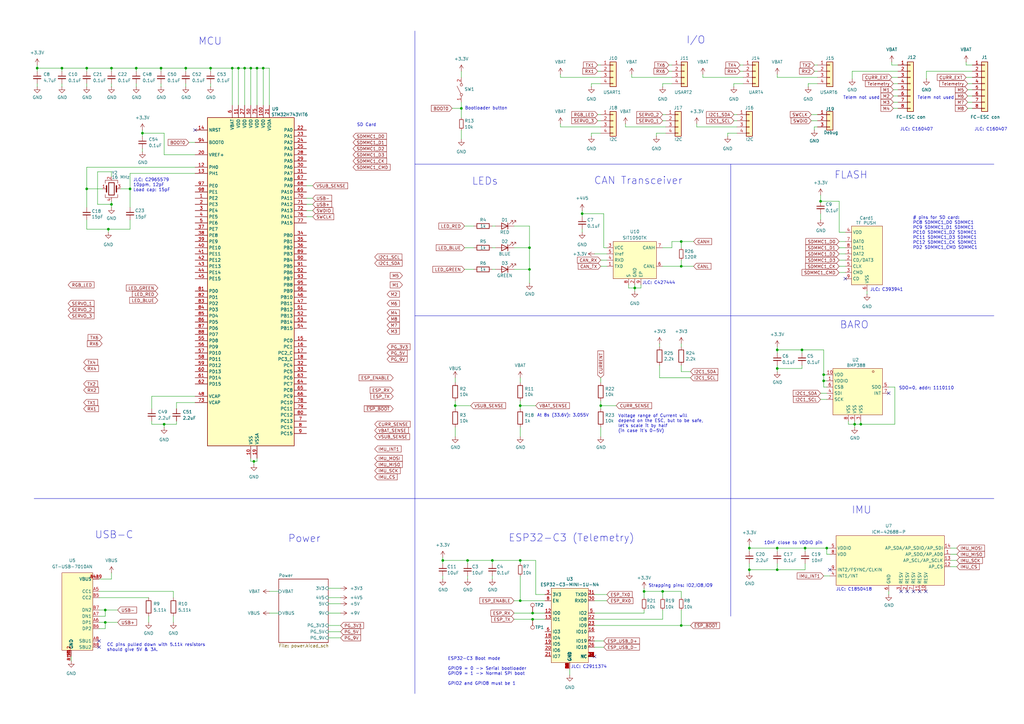
<source format=kicad_sch>
(kicad_sch (version 20231120) (generator "eeschema") (generator_version "8.0")
  (paper "A3")
  (title_block (title "f8 fc h7") (date "2025-02-03") (rev "A") (company "Victor Krook"))
  (junction (at 330.2 224.79))
  (junction (at 104.14 189.23))
  (junction (at 186.69 166.37))
  (junction (at 337.82 153.67))
  (junction (at 95.25 27.94))
  (junction (at 238.76 87.63))
  (junction (at 271.78 242.57))
  (junction (at 318.77 233.68))
  (junction (at 350.52 173.99))
  (junction (at 337.82 156.21))
  (junction (at 260.35 118.11))
  (junction (at 55.88 27.94))
  (junction (at 307.34 233.68))
  (junction (at 102.87 27.94))
  (junction (at 25.4 27.94))
  (junction (at 43.18 250.19))
  (junction (at 307.34 224.79))
  (junction (at 97.79 27.94))
  (junction (at 279.4 109.22))
  (junction (at 35.56 77.47))
  (junction (at 53.34 77.47))
  (junction (at 217.17 101.6))
  (junction (at 43.18 255.27))
  (junction (at 105.41 27.94))
  (junction (at 336.55 82.55))
  (junction (at 66.04 27.94))
  (junction (at 218.44 254))
  (junction (at 44.45 93.98))
  (junction (at 45.72 83.82))
  (junction (at 246.38 166.37))
  (junction (at 100.33 27.94))
  (junction (at 213.36 246.38))
  (junction (at 279.4 256.54))
  (junction (at 218.44 251.46))
  (junction (at 201.93 229.87))
  (junction (at 353.06 173.99))
  (junction (at 181.61 229.87))
  (junction (at 217.17 110.49))
  (junction (at 318.77 151.13))
  (junction (at 58.42 54.61))
  (junction (at 339.09 224.79))
  (junction (at 76.2 27.94))
  (junction (at 213.36 229.87))
  (junction (at 191.77 229.87))
  (junction (at 318.77 143.51))
  (junction (at 328.93 143.51))
  (junction (at 264.16 242.57))
  (junction (at 67.31 173.99))
  (junction (at 189.23 44.45))
  (junction (at 107.95 27.94))
  (junction (at 15.24 27.94))
  (junction (at 35.56 27.94))
  (junction (at 213.36 166.37))
  (junction (at 86.36 27.94))
  (junction (at 279.4 99.06))
  (junction (at 318.77 224.79))
  (junction (at 45.72 27.94))
  (no_connect (at 372.11 242.57))
  (no_connect (at 364.49 161.29))
  (no_connect (at 243.84 269.24))
  (no_connect (at 369.57 242.57))
  (no_connect (at 40.64 265.43))
  (no_connect (at 346.71 114.3))
  (no_connect (at 374.65 242.57))
  (no_connect (at 377.19 242.57))
  (no_connect (at 40.64 262.89))
  (no_connect (at 340.36 233.68))
  (no_connect (at 379.73 242.57))
  (no_connect (at 80.01 53.34))
  (wire (pts (xy 379.984 32.385) (xy 379.984 29.21)))
  (wire (pts (xy 105.41 189.23) (xy 105.41 187.96)))
  (wire (pts (xy 134.62 247.65) (xy 139.7 247.65)))
  (wire (pts (xy 285.75 50.8) (xy 285.75 52.07)))
  (wire (pts (xy 331.47 34.29) (xy 335.28 34.29)))
  (wire (pts (xy 365.76 26.67) (xy 368.3 26.67)))
  (wire (pts (xy 270.51 154.94) (xy 283.21 154.94)))
  (wire (pts (xy 186.69 166.37) (xy 193.04 166.37)))
  (wire (pts (xy 25.4 27.94) (xy 25.4 29.21)))
  (wire (pts (xy 201.93 229.87) (xy 213.36 229.87)))
  (wire (pts (xy 213.36 246.38) (xy 213.36 236.22)))
  (wire (pts (xy 365.76 25.4) (xy 365.76 26.67)))
  (wire (pts (xy 100.33 27.94) (xy 102.87 27.94)))
  (wire (pts (xy 300.99 46.99) (xy 302.26 46.99)))
  (wire (pts (xy 213.36 166.37) (xy 213.36 164.465)))
  (wire (pts (xy 186.69 167.64) (xy 186.69 166.37)))
  (wire (pts (xy 396.875 36.83) (xy 398.78 36.83)))
  (wire (pts (xy 238.76 93.98) (xy 238.76 95.25)))
  (wire (pts (xy 45.72 27.94) (xy 55.88 27.94)))
  (wire (pts (xy 53.34 77.47) (xy 53.34 85.09)))
  (wire (pts (xy 279.4 152.4) (xy 279.4 149.86)))
  (wire (pts (xy 355.6 119.38) (xy 355.6 120.65)))
  (wire (pts (xy 344.17 95.25) (xy 346.71 95.25)))
  (wire (pts (xy 332.74 49.53) (xy 335.28 49.53)))
  (wire (pts (xy 336.55 87.63) (xy 336.55 90.17)))
  (wire (pts (xy 330.2 233.68) (xy 330.2 231.14)))
  (wire (pts (xy 25.4 27.94) (xy 35.56 27.94)))
  (wire (pts (xy 66.04 27.94) (xy 66.04 29.21)))
  (wire (pts (xy 45.72 70.485) (xy 40.005 70.485)))
  (wire (pts (xy 72.39 165.1) (xy 80.01 165.1)))
  (wire (pts (xy 318.77 142.24) (xy 318.77 143.51)))
  (wire (pts (xy 201.93 236.22) (xy 201.93 237.49)))
  (wire (pts (xy 337.82 156.21) (xy 339.09 156.21)))
  (wire (pts (xy 264.16 245.11) (xy 264.16 242.57)))
  (wire (pts (xy 271.78 46.99) (xy 273.05 46.99)))
  (wire (pts (xy 76.2 27.94) (xy 86.36 27.94)))
  (wire (pts (xy 257.81 118.11) (xy 260.35 118.11)))
  (wire (pts (xy 66.04 34.29) (xy 66.04 35.56)))
  (wire (pts (xy 275.59 101.6) (xy 271.78 101.6)))
  (wire (pts (xy 350.52 173.99) (xy 347.98 173.99)))
  (wire (pts (xy 350.52 172.72) (xy 350.52 173.99)))
  (wire (pts (xy 298.45 55.88) (xy 298.45 54.61)))
  (wire (pts (xy 217.17 92.71) (xy 217.17 101.6)))
  (wire (pts (xy 350.52 173.99) (xy 353.06 173.99)))
  (wire (pts (xy 366.395 39.37) (xy 368.3 39.37)))
  (wire (pts (xy 246.38 109.22) (xy 248.92 109.22)))
  (wire (pts (xy 97.79 27.94) (xy 100.33 27.94)))
  (wire (pts (xy 246.38 167.64) (xy 246.38 166.37)))
  (wire (pts (xy 330.2 224.79) (xy 339.09 224.79)))
  (wire (pts (xy 67.31 63.5) (xy 67.31 54.61)))
  (wire (pts (xy 300.99 35.56) (xy 300.99 34.29)))
  (wire (pts (xy 279.4 99.06) (xy 275.59 99.06)))
  (wire (pts (xy 318.77 31.75) (xy 335.28 31.75)))
  (wire (pts (xy 40.64 252.73) (xy 43.18 252.73)))
  (wire (pts (xy 60.96 245.11) (xy 40.64 245.11)))
  (wire (pts (xy 49.53 77.47) (xy 53.34 77.47)))
  (wire (pts (xy 95.25 27.94) (xy 95.25 43.18)))
  (wire (pts (xy 219.71 243.84) (xy 223.52 243.84)))
  (wire (pts (xy 189.23 31.75) (xy 189.23 29.21)))
  (wire (pts (xy 259.08 31.75) (xy 275.59 31.75)))
  (wire (pts (xy 110.49 43.18) (xy 110.49 27.94)))
  (wire (pts (xy 318.77 143.51) (xy 328.93 143.51)))
  (wire (pts (xy 45.72 72.39) (xy 45.72 70.485)))
  (wire (pts (xy 283.21 152.4) (xy 279.4 152.4)))
  (wire (pts (xy 243.84 256.54) (xy 279.4 256.54)))
  (wire (pts (xy 337.82 153.67) (xy 337.82 156.21)))
  (wire (pts (xy 284.48 99.06) (xy 279.4 99.06)))
  (wire (pts (xy 125.73 81.28) (xy 128.27 81.28)))
  (wire (pts (xy 339.09 227.33) (xy 340.36 227.33)))
  (wire (pts (xy 389.89 227.33) (xy 392.43 227.33)))
  (wire (pts (xy 213.36 166.37) (xy 219.71 166.37)))
  (wire (pts (xy 364.49 158.75) (xy 367.03 158.75)))
  (wire (pts (xy 55.88 27.94) (xy 66.04 27.94)))
  (wire (pts (xy 201.93 110.49) (xy 203.2 110.49)))
  (wire (pts (xy 213.36 156.845) (xy 213.36 154.94)))
  (wire (pts (xy 213.36 179.07) (xy 213.36 175.26)))
  (wire (pts (xy 40.64 237.49) (xy 45.72 237.49)))
  (wire (pts (xy 134.62 256.54) (xy 139.7 256.54)))
  (wire (pts (xy 242.57 54.61) (xy 246.38 54.61)))
  (wire (pts (xy 80.01 162.56) (xy 62.23 162.56)))
  (wire (pts (xy 125.73 88.9) (xy 128.27 88.9)))
  (wire (pts (xy 181.61 229.87) (xy 191.77 229.87)))
  (wire (pts (xy 274.32 29.21) (xy 275.59 29.21)))
  (wire (pts (xy 279.4 109.22) (xy 284.48 109.22)))
  (wire (pts (xy 62.23 173.99) (xy 62.23 172.72)))
  (polyline (pts (xy 170.18 129.54) (xy 407.67 129.54)))
  (wire (pts (xy 223.52 246.38) (xy 213.36 246.38)))
  (wire (pts (xy 134.62 245.11) (xy 139.7 245.11)))
  (wire (pts (xy 15.24 26.67) (xy 15.24 27.94)))
  (wire (pts (xy 110.49 251.46) (xy 114.3 251.46)))
  (wire (pts (xy 242.57 55.88) (xy 242.57 54.61)))
  (wire (pts (xy 72.39 172.72) (xy 72.39 173.99)))
  (wire (pts (xy 243.84 262.89) (xy 247.65 262.89)))
  (wire (pts (xy 210.82 254) (xy 218.44 254)))
  (wire (pts (xy 35.56 77.47) (xy 35.56 85.09)))
  (wire (pts (xy 353.06 173.99) (xy 353.06 172.72)))
  (wire (pts (xy 45.72 234.95) (xy 45.72 237.49)))
  (polyline (pts (xy 170.18 12.7) (xy 170.18 284.48)))
  (wire (pts (xy 29.21 269.24) (xy 29.21 271.145)))
  (wire (pts (xy 256.54 52.07) (xy 273.05 52.07)))
  (wire (pts (xy 217.17 110.49) (xy 217.17 116.205)))
  (wire (pts (xy 104.14 189.23) (xy 105.41 189.23)))
  (wire (pts (xy 246.38 166.37) (xy 246.38 164.465)))
  (wire (pts (xy 45.72 83.82) (xy 45.72 85.09)))
  (wire (pts (xy 186.69 179.07) (xy 186.69 175.26)))
  (wire (pts (xy 367.03 173.99) (xy 367.03 158.75)))
  (wire (pts (xy 396.875 39.37) (xy 398.78 39.37)))
  (wire (pts (xy 334.01 26.67) (xy 335.28 26.67)))
  (wire (pts (xy 134.62 241.3) (xy 139.7 241.3)))
  (wire (pts (xy 269.24 54.61) (xy 273.05 54.61)))
  (wire (pts (xy 58.42 60.96) (xy 58.42 62.23)))
  (wire (pts (xy 271.78 254) (xy 271.78 250.19)))
  (wire (pts (xy 40.64 250.19) (xy 43.18 250.19)))
  (wire (pts (xy 201.93 92.71) (xy 203.2 92.71)))
  (wire (pts (xy 264.16 242.57) (xy 264.16 241.3)))
  (wire (pts (xy 366.395 36.83) (xy 368.3 36.83)))
  (wire (pts (xy 246.38 106.68) (xy 248.92 106.68)))
  (wire (pts (xy 318.77 30.48) (xy 318.77 31.75)))
  (wire (pts (xy 396.24 25.4) (xy 396.24 26.67)))
  (wire (pts (xy 242.57 34.29) (xy 246.38 34.29)))
  (wire (pts (xy 307.34 224.79) (xy 307.34 226.06)))
  (wire (pts (xy 43.18 255.27) (xy 43.18 257.81)))
  (wire (pts (xy 233.68 274.32) (xy 233.68 276.86)))
  (wire (pts (xy 300.99 34.29) (xy 304.8 34.29)))
  (wire (pts (xy 260.35 116.84) (xy 260.35 118.11)))
  (wire (pts (xy 80.01 63.5) (xy 67.31 63.5)))
  (wire (pts (xy 271.78 49.53) (xy 273.05 49.53)))
  (wire (pts (xy 318.77 224.79) (xy 330.2 224.79)))
  (wire (pts (xy 243.84 265.43) (xy 247.65 265.43)))
  (wire (pts (xy 246.38 166.37) (xy 252.73 166.37)))
  (wire (pts (xy 347.98 173.99) (xy 347.98 172.72)))
  (wire (pts (xy 245.11 26.67) (xy 246.38 26.67)))
  (wire (pts (xy 105.41 43.18) (xy 105.41 27.94)))
  (wire (pts (xy 15.24 34.29) (xy 15.24 35.56)))
  (wire (pts (xy 190.5 101.6) (xy 194.31 101.6)))
  (wire (pts (xy 218.44 254) (xy 223.52 254)))
  (wire (pts (xy 107.95 43.18) (xy 107.95 27.94)))
  (wire (pts (xy 219.71 229.87) (xy 219.71 243.84)))
  (wire (pts (xy 35.56 27.94) (xy 45.72 27.94)))
  (wire (pts (xy 210.82 110.49) (xy 217.17 110.49)))
  (wire (pts (xy 71.12 255.27) (xy 71.12 252.73)))
  (wire (pts (xy 243.84 246.38) (xy 248.92 246.38)))
  (wire (pts (xy 210.82 251.46) (xy 218.44 251.46)))
  (wire (pts (xy 379.984 29.21) (xy 398.78 29.21)))
  (wire (pts (xy 318.77 151.13) (xy 328.93 151.13)))
  (wire (pts (xy 328.93 144.78) (xy 328.93 143.51)))
  (wire (pts (xy 243.84 104.14) (xy 248.92 104.14)))
  (wire (pts (xy 44.45 93.98) (xy 44.45 95.25)))
  (wire (pts (xy 72.39 173.99) (xy 67.31 173.99)))
  (wire (pts (xy 339.09 158.75) (xy 337.82 158.75)))
  (wire (pts (xy 339.09 153.67) (xy 337.82 153.67)))
  (wire (pts (xy 353.06 173.99) (xy 367.03 173.99)))
  (wire (pts (xy 43.18 250.19) (xy 48.26 250.19)))
  (wire (pts (xy 229.87 30.48) (xy 229.87 31.75)))
  (wire (pts (xy 303.53 29.21) (xy 304.8 29.21)))
  (wire (pts (xy 60.96 255.27) (xy 60.96 252.73)))
  (wire (pts (xy 300.99 49.53) (xy 302.26 49.53)))
  (wire (pts (xy 331.47 35.56) (xy 331.47 34.29)))
  (wire (pts (xy 104.14 189.23) (xy 102.87 189.23)))
  (wire (pts (xy 35.56 68.58) (xy 35.56 77.47)))
  (wire (pts (xy 71.12 245.11) (xy 71.12 242.57)))
  (wire (pts (xy 389.89 232.41) (xy 392.43 232.41)))
  (wire (pts (xy 307.34 233.68) (xy 307.34 234.95)))
  (wire (pts (xy 330.2 226.06) (xy 330.2 224.79)))
  (wire (pts (xy 256.54 50.8) (xy 256.54 52.07)))
  (wire (pts (xy 104.14 190.5) (xy 104.14 189.23)))
  (wire (pts (xy 67.31 54.61) (xy 58.42 54.61)))
  (wire (pts (xy 97.79 43.18) (xy 97.79 27.94)))
  (wire (pts (xy 217.17 101.6) (xy 217.17 110.49)))
  (wire (pts (xy 328.93 143.51) (xy 337.82 143.51)))
  (wire (pts (xy 318.77 231.14) (xy 318.77 233.68)))
  (wire (pts (xy 210.82 246.38) (xy 213.36 246.38)))
  (wire (pts (xy 238.76 86.36) (xy 238.76 87.63)))
  (wire (pts (xy 279.4 99.06) (xy 279.4 101.6)))
  (wire (pts (xy 218.44 251.46) (xy 223.52 251.46)))
  (wire (pts (xy 260.35 118.11) (xy 260.35 119.38)))
  (wire (pts (xy 396.875 41.91) (xy 398.78 41.91)))
  (wire (pts (xy 336.55 163.83) (xy 339.09 163.83)))
  (wire (pts (xy 339.09 224.79) (xy 339.09 227.33)))
  (wire (pts (xy 271.78 109.22) (xy 279.4 109.22)))
  (wire (pts (xy 201.93 101.6) (xy 203.2 101.6)))
  (wire (pts (xy 344.17 99.06) (xy 346.71 99.06)))
  (wire (pts (xy 125.73 76.2) (xy 128.27 76.2)))
  (wire (pts (xy 86.36 34.29) (xy 86.36 35.56)))
  (wire (pts (xy 35.56 34.29) (xy 35.56 35.56)))
  (wire (pts (xy 53.34 93.98) (xy 53.34 90.17)))
  (polyline (pts (xy 13.97 204.47) (xy 407.67 204.47)))
  (wire (pts (xy 67.31 173.99) (xy 67.31 175.26)))
  (wire (pts (xy 181.61 229.87) (xy 181.61 231.14)))
  (wire (pts (xy 186.69 156.845) (xy 186.69 154.94)))
  (wire (pts (xy 279.4 256.54) (xy 283.21 256.54)))
  (wire (pts (xy 181.61 236.22) (xy 181.61 237.49)))
  (wire (pts (xy 210.82 92.71) (xy 217.17 92.71)))
  (wire (pts (xy 110.49 27.94) (xy 107.95 27.94)))
  (wire (pts (xy 190.5 110.49) (xy 194.31 110.49)))
  (wire (pts (xy 279.4 142.24) (xy 279.4 140.97)))
  (wire (pts (xy 35.56 68.58) (xy 80.01 68.58)))
  (wire (pts (xy 43.18 255.27) (xy 48.26 255.27)))
  (wire (pts (xy 364.49 242.57) (xy 364.49 243.84)))
  (wire (pts (xy 245.11 29.21) (xy 246.38 29.21)))
  (wire (pts (xy 44.45 93.98) (xy 53.34 93.98)))
  (wire (pts (xy 318.77 224.79) (xy 318.77 226.06)))
  (wire (pts (xy 298.45 54.61) (xy 302.26 54.61)))
  (polyline (pts (xy 299.72 67.31) (xy 299.72 252.73)))
  (wire (pts (xy 77.47 58.42) (xy 80.01 58.42)))
  (wire (pts (xy 229.87 31.75) (xy 246.38 31.75)))
  (wire (pts (xy 307.34 224.79) (xy 307.34 223.52)))
  (wire (pts (xy 15.24 27.94) (xy 15.24 29.21)))
  (wire (pts (xy 270.51 149.86) (xy 270.51 154.94)))
  (wire (pts (xy 191.77 236.22) (xy 191.77 237.49)))
  (wire (pts (xy 318.77 143.51) (xy 318.77 144.78)))
  (wire (pts (xy 125.73 83.82) (xy 128.27 83.82)))
  (wire (pts (xy 102.87 189.23) (xy 102.87 187.96)))
  (wire (pts (xy 58.42 54.61) (xy 58.42 55.88)))
  (wire (pts (xy 274.32 26.67) (xy 275.59 26.67)))
  (wire (pts (xy 336.55 82.55) (xy 344.17 82.55)))
  (wire (pts (xy 102.87 43.18) (xy 102.87 27.94)))
  (wire (pts (xy 102.87 27.94) (xy 105.41 27.94)))
  (wire (pts (xy 344.17 109.22) (xy 346.71 109.22)))
  (wire (pts (xy 344.17 82.55) (xy 344.17 95.25)))
  (wire (pts (xy 213.36 229.87) (xy 219.71 229.87)))
  (wire (pts (xy 67.31 173.99) (xy 62.23 173.99)))
  (wire (pts (xy 332.74 46.99) (xy 335.28 46.99)))
  (wire (pts (xy 243.84 251.46) (xy 264.16 251.46)))
  (wire (pts (xy 35.56 90.17) (xy 35.56 93.98)))
  (wire (pts (xy 110.49 242.57) (xy 114.3 242.57)))
  (wire (pts (xy 288.29 31.75) (xy 304.8 31.75)))
  (wire (pts (xy 66.04 27.94) (xy 76.2 27.94)))
  (wire (pts (xy 58.42 53.34) (xy 58.42 54.61)))
  (wire (pts (xy 336.55 80.01) (xy 336.55 82.55)))
  (wire (pts (xy 365.76 31.75) (xy 368.3 31.75)))
  (wire (pts (xy 271.78 34.29) (xy 275.59 34.29)))
  (wire (pts (xy 238.76 87.63) (xy 247.65 87.63)))
  (wire (pts (xy 328.93 151.13) (xy 328.93 149.86)))
  (wire (pts (xy 334.01 53.34) (xy 334.01 52.07)))
  (wire (pts (xy 271.78 242.57) (xy 279.4 242.57)))
  (wire (pts (xy 396.24 26.67) (xy 398.78 26.67)))
  (wire (pts (xy 76.2 27.94) (xy 76.2 29.21)))
  (wire (pts (xy 35.56 77.47) (xy 41.91 77.47)))
  (wire (pts (xy 72.39 167.64) (xy 72.39 165.1)))
  (wire (pts (xy 264.16 251.46) (xy 264.16 250.19)))
  (wire (pts (xy 344.17 111.76) (xy 346.71 111.76)))
  (wire (pts (xy 279.4 250.19) (xy 279.4 256.54)))
  (wire (pts (xy 344.17 101.6) (xy 346.71 101.6)))
  (wire (pts (xy 396.875 34.29) (xy 398.78 34.29)))
  (wire (pts (xy 53.34 71.12) (xy 80.01 71.12)))
  (wire (pts (xy 285.75 52.07) (xy 302.26 52.07)))
  (wire (pts (xy 191.77 229.87) (xy 201.93 229.87)))
  (wire (pts (xy 55.88 34.29) (xy 55.88 35.56)))
  (wire (pts (xy 100.33 43.18) (xy 100.33 27.94)))
  (wire (pts (xy 186.69 166.37) (xy 186.69 164.465)))
  (wire (pts (xy 86.36 27.94) (xy 95.25 27.94)))
  (wire (pts (xy 318.77 149.86) (xy 318.77 151.13)))
  (wire (pts (xy 35.56 93.98) (xy 44.45 93.98)))
  (wire (pts (xy 270.51 142.24) (xy 270.51 140.97)))
  (wire (pts (xy 243.84 243.84) (xy 248.92 243.84)))
  (wire (pts (xy 55.88 27.94) (xy 55.88 29.21)))
  (wire (pts (xy 271.78 245.11) (xy 271.78 242.57)))
  (wire (pts (xy 245.11 49.53) (xy 246.38 49.53)))
  (wire (pts (xy 229.87 50.8) (xy 229.87 52.07)))
  (wire (pts (xy 62.23 162.56) (xy 62.23 167.64)))
  (wire (pts (xy 366.395 41.91) (xy 368.3 41.91)))
  (wire (pts (xy 53.34 71.12) (xy 53.34 77.47)))
  (wire (pts (xy 107.95 27.94) (xy 105.41 27.94)))
  (wire (pts (xy 243.84 254) (xy 271.78 254)))
  (wire (pts (xy 334.01 52.07) (xy 335.28 52.07)))
  (wire (pts (xy 344.17 106.68) (xy 346.71 106.68)))
  (wire (pts (xy 389.89 224.79) (xy 392.43 224.79)))
  (wire (pts (xy 303.53 26.67) (xy 304.8 26.67)))
  (wire (pts (xy 366.395 44.45) (xy 368.3 44.45)))
  (wire (pts (xy 246.38 156.845) (xy 246.38 154.94)))
  (wire (pts (xy 337.82 143.51) (xy 337.82 153.67)))
  (wire (pts (xy 318.77 233.68) (xy 330.2 233.68)))
  (wire (pts (xy 257.81 116.84) (xy 257.81 118.11)))
  (wire (pts (xy 334.01 29.21) (xy 335.28 29.21)))
  (wire (pts (xy 262.89 118.11) (xy 262.89 116.84)))
  (wire (pts (xy 288.29 30.48) (xy 288.29 31.75)))
  (wire (pts (xy 191.77 229.87) (xy 191.77 231.14)))
  (wire (pts (xy 396.24 31.75) (xy 398.78 31.75)))
  (wire (pts (xy 389.89 229.87) (xy 392.43 229.87)))
  (wire (pts (xy 271.78 35.56) (xy 271.78 34.29)))
  (wire (pts (xy 45.72 82.55) (xy 45.72 83.82)))
  (wire (pts (xy 396.875 44.45) (xy 398.78 44.45)))
  (wire (pts (xy 264.16 242.57) (xy 271.78 242.57)))
  (wire (pts (xy 275.59 99.06) (xy 275.59 101.6)))
  (wire (pts (xy 43.18 250.19) (xy 43.18 252.73)))
  (wire (pts (xy 189.23 53.34) (xy 189.23 57.15)))
  (wire (pts (xy 185.42 44.45) (xy 189.23 44.45)))
  (wire (pts (xy 366.395 34.29) (xy 368.3 34.29)))
  (wire (pts (xy 201.93 229.87) (xy 201.93 231.14)))
  (wire (pts (xy 242.57 35.56) (xy 242.57 34.29)))
  (wire (pts (xy 349.504 32.385) (xy 349.504 29.21)))
  (wire (pts (xy 245.11 46.99) (xy 246.38 46.99)))
  (wire (pts (xy 229.87 52.07) (xy 246.38 52.07)))
  (wire (pts (xy 350.52 173.99) (xy 350.52 175.26)))
  (wire (pts (xy 213.36 167.64) (xy 213.36 166.37)))
  (wire (pts (xy 336.55 161.29) (xy 339.09 161.29)))
  (wire (pts (xy 259.08 30.48) (xy 259.08 31.75)))
  (wire (pts (xy 349.504 29.21) (xy 368.3 29.21)))
  (wire (pts (xy 134.62 261.62) (xy 139.7 261.62)))
  (wire (pts (xy 71.12 242.57) (xy 40.64 242.57)))
  (wire (pts (xy 269.24 55.88) (xy 269.24 54.61)))
  (wire (pts (xy 76.2 34.29) (xy 76.2 35.56)))
  (wire (pts (xy 213.36 231.14) (xy 213.36 229.87)))
  (wire (pts (xy 125.73 86.36) (xy 128.27 86.36)))
  (wire (pts (xy 40.64 257.81) (xy 43.18 257.81)))
  (wire (pts (xy 45.72 27.94) (xy 45.72 29.21)))
  (wire (pts (xy 307.34 231.14) (xy 307.34 233.68)))
  (wire (pts (xy 134.62 259.08) (xy 139.7 259.08)))
  (wire (pts (xy 45.72 34.29) (xy 45.72 35.56)))
  (wire (pts (xy 279.4 245.11) (xy 279.4 242.57)))
  (wire (pts (xy 344.17 104.14) (xy 346.71 104.14)))
  (wire (pts (xy 35.56 27.94) (xy 35.56 29.21)))
  (wire (pts (xy 279.4 106.68) (xy 279.4 109.22)))
  (wire (pts (xy 318.77 151.13) (xy 318.77 152.4)))
  (wire (pts (xy 86.36 27.94) (xy 86.36 29.21)))
  (wire (pts (xy 246.38 179.07) (xy 246.38 175.26)))
  (wire (pts (xy 210.82 101.6) (xy 217.17 101.6)))
  (wire (pts (xy 247.65 87.63) (xy 247.65 101.6)))
  (wire (pts (xy 307.34 224.79) (xy 318.77 224.79)))
  (polyline (pts (xy 170.18 67.31) (xy 407.67 67.31)))
  (wire (pts (xy 181.61 228.6) (xy 181.61 229.87)))
  (wire (pts (xy 190.5 92.71) (xy 194.31 92.71)))
  (wire (pts (xy 40.64 255.27) (xy 43.18 255.27)))
  (wire (pts (xy 40.005 83.82) (xy 45.72 83.82)))
  (wire (pts (xy 337.82 156.21) (xy 337.82 158.75)))
  (wire (pts (xy 25.4 34.29) (xy 25.4 35.56)))
  (wire (pts (xy 337.82 236.22) (xy 340.36 236.22)))
  (wire (pts (xy 260.35 118.11) (xy 262.89 118.11)))
  (wire (pts (xy 95.25 27.94) (xy 97.79 27.94)))
  (wire (pts (xy 189.23 41.91) (xy 189.23 44.45)))
  (wire (pts (xy 339.09 224.79) (xy 340.36 224.79)))
  (wire (pts (xy 189.23 44.45) (xy 189.23 48.26)))
  (wire (pts (xy 40.005 70.485) (xy 40.005 83.82)))
  (wire (pts (xy 307.34 233.68) (xy 318.77 233.68)))
  (wire (pts (xy 247.65 101.6) (xy 248.92 101.6)))
  (wire (pts (xy 15.24 27.94) (xy 25.4 27.94)))
  (wire (pts (xy 238.76 87.63) (xy 238.76 88.9)))
  (wire (pts (xy 134.62 251.46) (xy 139.7 251.46)))
  (text "MCU" (at 81.28 18.796 0) (effects (font (size 2.9972 2.9972)) (justify left bottom)))
  (text "SDO=0, addr: 1110110" (at 379.984 159.258 0) (effects (font (size 1.27 1.27))))
  (text "SD Card" (at 150.368 51.308 0) (effects (font (size 1.27 1.27))))
  (text "Telem not used" (at 353.314 40.132 0) (effects (font (size 1.27 1.27))))
  (text "JLC: C1850418" (at 350.266 241.808 0) (effects (font (size 1.27 1.27))))
  (text "JLC: C393941" (at 356.87 118.872 0) (effects (font (size 1.27 1.27)) (justify left)))
  (text "LEDs" (at 193.548 76.2 0) (effects (font (size 2.9972 2.9972)) (justify left bottom)))
  (text "JLC: C160407" (at 406.4 53.086 0) (effects (font (size 1.27 1.27))))
  (text "FLASH" (at 342.138 73.66 0) (effects (font (size 2.9972 2.9972)) (justify left bottom)))
  (text "Strapping pins: IO2,IO8,IO9" (at 279.146 240.284 0) (effects (font (size 1.27 1.27))))
  (text "IMU" (at 349.25 211.074 0) (effects (font (size 2.9972 2.9972)) (justify left bottom)))
  (text "ESP32-C3 (Telemetry)" (at 208.534 222.504 0) (effects (font (size 2.9972 2.9972)) (justify left bottom)))
  (text "I/O" (at 281.432 18.288 0) (effects (font (size 2.9972 2.9972)) (justify left bottom)))
  (text "Telem not used" (at 383.794 40.132 0) (effects (font (size 1.27 1.27))))
  (text "# pins for SD card:\nPC8 SDMMC1_D0 SDMMC1\nPC9 SDMMC1_D1 SDMMC1\nPC10 SDMMC1_D2 SDMMC1\nPC11 SDMMC1_D3 SDMMC1\nPC12 SDMMC1_CK SDMMC1\nPD2 SDMMC1_CMD SDMMC1\n" (at 374.396 95.504 0) (effects (font (size 1.27 1.27)) (justify left)))
  (text "CC pins pulled down with 5.11k resistors\nshould give 5V & 3A." (at 43.815 267.335 0) (effects (font (size 1.27 1.27)) (justify left bottom)))
  (text "JLC: C160407" (at 375.92 53.086 0) (effects (font (size 1.27 1.27))))
  (text "Voltage range of Current will\ndepend on the ESC, but to be safe,\nlet's scale it by half\n(in case it's 0-5V)" (at 253.492 173.736 0) (effects (font (size 1.27 1.27)) (justify left)))
  (text "Bootloader button" (at 199.39 44.45 0) (effects (font (size 1.27 1.27))))
  (text "At 8s (33.6V): 3.055V" (at 230.886 170.434 0) (effects (font (size 1.27 1.27))))
  (text "BARO" (at 344.424 135.128 0) (effects (font (size 2.9972 2.9972)) (justify left bottom)))
  (text "CAN Transceiver" (at 243.586 75.946 0) (effects (font (size 2.9972 2.9972)) (justify left bottom)))
  (text "JLC: C2965579\n10ppm, 12pF\nLoad cap: 15pF" (at 54.61 75.946 0) (effects (font (size 1.27 1.27)) (justify left)))
  (text "10nF close to VDDIO pin" (at 325.374 222.758 0) (effects (font (size 1.27 1.27))))
  (text "JLC: C2911374" (at 241.554 273.558 0) (effects (font (size 1.27 1.27))))
  (text "JLC: C427444" (at 263.398 116.078 0) (effects (font (size 1.27 1.27)) (justify left)))
  (text "Power" (at 118.11 222.758 0) (effects (font (size 2.9972 2.9972)) (justify left bottom)))
  (text "USB-C" (at 38.862 221.234 0) (effects (font (size 2.9972 2.9972)) (justify left bottom)))
  (text "ESP32-C3 Boot mode\n\nGPIO9 = 0 -> Serial bootloader\nGPIO9 = 1 -> Normal SPI boot\n\nGPIO2 and GPIO8 must be 1" (at 183.642 275.336 0) (effects (font (size 1.27 1.27)) (justify left)))
  (global_label "M2" (shape input) (at 158.75 120.65 0) (property "Intersheetrefs" "${INTERSHEET_REFS}" (effects (hide yes))))
  (global_label "IMU_SCK" (shape input) (at 392.43 229.87 0) (property "Intersheetrefs" "${INTERSHEET_REFS}" (effects (hide yes))))
  (global_label "I2C1_SDA" (shape input) (at 336.55 161.29 180) (property "Intersheetrefs" "${INTERSHEET_REFS}" (effects (hide yes))))
  (global_label "SDMMC1_CMD" (shape input) (at 144.78 68.58 0) (property "Intersheetrefs" "${INTERSHEET_REFS}" (effects (hide yes))))
  (global_label "M8" (shape input) (at 158.75 130.81 0) (property "Intersheetrefs" "${INTERSHEET_REFS}" (effects (hide yes))))
  (global_label "VBAT_SENSE" (shape input) (at 153.67 176.53 0) (property "Intersheetrefs" "${INTERSHEET_REFS}" (effects (hide yes))))
  (global_label "I2C1_SCL" (shape input) (at 336.55 163.83 180) (property "Intersheetrefs" "${INTERSHEET_REFS}" (effects (hide yes))))
  (global_label "IMU_MOSI" (shape input) (at 392.43 224.79 0) (property "Intersheetrefs" "${INTERSHEET_REFS}" (effects (hide yes))))
  (global_label "M8" (shape input) (at 396.875 44.45 180) (property "Intersheetrefs" "${INTERSHEET_REFS}" (effects (hide yes))))
  (global_label "SDMMC1_D0" (shape input) (at 144.78 55.88 0) (property "Intersheetrefs" "${INTERSHEET_REFS}" (effects (hide yes))))
  (global_label "CAN_RX" (shape input) (at 246.38 106.68 180) (property "Intersheetrefs" "${INTERSHEET_REFS}" (effects (hide yes))))
  (global_label "Telemetry" (shape input) (at 396.875 34.29 180) (property "Intersheetrefs" "${INTERSHEET_REFS}" (effects (hide yes))))
  (global_label "M5" (shape input) (at 396.875 36.83 180) (property "Intersheetrefs" "${INTERSHEET_REFS}" (effects (hide yes))))
  (global_label "M3" (shape input) (at 366.395 41.91 180) (property "Intersheetrefs" "${INTERSHEET_REFS}" (effects (hide yes))))
  (global_label "ESP_TX" (shape input) (at 210.82 254 180) (property "Intersheetrefs" "${INTERSHEET_REFS}" (effects (hide yes))))
  (global_label "IMU_INT1" (shape input) (at 337.82 236.22 180) (property "Intersheetrefs" "${INTERSHEET_REFS}" (effects (hide yes))))
  (global_label "M4" (shape input) (at 158.75 128.27 0) (property "Intersheetrefs" "${INTERSHEET_REFS}" (effects (hide yes))))
  (global_label "I2C1_SDA" (shape input) (at 300.99 46.99 180) (property "Intersheetrefs" "${INTERSHEET_REFS}" (effects (hide yes))))
  (global_label "SDMMC1_D3" (shape input) (at 344.17 106.68 180) (property "Intersheetrefs" "${INTERSHEET_REFS}" (effects (hide yes))))
  (global_label "BOOT0" (shape input) (at 77.47 58.42 180) (property "Intersheetrefs" "${INTERSHEET_REFS}" (effects (hide yes))))
  (global_label "ESP_ENABLE" (shape input) (at 210.82 246.38 180) (property "Intersheetrefs" "${INTERSHEET_REFS}" (effects (hide yes))))
  (global_label "PG_3V3" (shape input) (at 139.7 256.54 0) (property "Intersheetrefs" "${INTERSHEET_REFS}" (effects (hide yes))))
  (global_label "SERVO_3" (shape input) (at 27.94 129.54 0) (property "Intersheetrefs" "${INTERSHEET_REFS}" (effects (hide yes))))
  (global_label "RX6" (shape input) (at 41.91 140.97 180) (property "Intersheetrefs" "${INTERSHEET_REFS}" (effects (hide yes))))
  (global_label "TX2" (shape input) (at 334.01 26.67 180) (property "Intersheetrefs" "${INTERSHEET_REFS}" (effects (hide yes))))
  (global_label "VSUB_SENSE" (shape input) (at 153.67 179.07 0) (property "Intersheetrefs" "${INTERSHEET_REFS}" (effects (hide yes))))
  (global_label "CANH" (shape input) (at 284.48 99.06 0) (property "Intersheetrefs" "${INTERSHEET_REFS}" (effects (hide yes))))
  (global_label "CAN_TX" (shape input) (at 246.38 109.22 180) (property "Intersheetrefs" "${INTERSHEET_REFS}" (effects (hide yes))))
  (global_label "SDMMC1_D3" (shape input) (at 144.78 63.5 0) (property "Intersheetrefs" "${INTERSHEET_REFS}" (effects (hide yes))))
  (global_label "RGB_LED" (shape input) (at 27.94 116.84 0) (property "Intersheetrefs" "${INTERSHEET_REFS}" (effects (hide yes))))
  (global_label "~{ESP_BOOT}" (shape input) (at 283.21 256.54 0) (property "Intersheetrefs" "${INTERSHEET_REFS}" (effects (hide yes))))
  (global_label "RX4" (shape input) (at 34.29 151.13 0) (property "Intersheetrefs" "${INTERSHEET_REFS}" (effects (hide yes))))
  (global_label "M7" (shape input) (at 158.75 133.35 0) (property "Intersheetrefs" "${INTERSHEET_REFS}" (effects (hide yes))))
  (global_label "TX1" (shape input) (at 245.11 26.67 180) (property "Intersheetrefs" "${INTERSHEET_REFS}" (effects (hide yes))))
  (global_label "IMU_MISO" (shape input) (at 153.67 190.5 0) (property "Intersheetrefs" "${INTERSHEET_REFS}" (effects (hide yes))))
  (global_label "RX2" (shape input) (at 334.01 29.21 180) (property "Intersheetrefs" "${INTERSHEET_REFS}" (effects (hide yes))))
  (global_label "SDMMC1_D1" (shape input) (at 144.78 58.42 0) (property "Intersheetrefs" "${INTERSHEET_REFS}" (effects (hide yes))))
  (global_label "SWCLK" (shape input) (at 332.74 46.99 180) (property "Intersheetrefs" "${INTERSHEET_REFS}" (effects (hide yes))))
  (global_label "ESP_RX0" (shape input) (at 248.92 246.38 0) (property "Intersheetrefs" "${INTERSHEET_REFS}" (effects (hide yes))))
  (global_label "ESP_ENABLE" (shape input) (at 161.29 154.94 180) (property "Intersheetrefs" "${INTERSHEET_REFS}" (effects (hide yes))))
  (global_label "TX6" (shape input) (at 41.91 138.43 180) (property "Intersheetrefs" "${INTERSHEET_REFS}" (effects (hide yes))))
  (global_label "SERVO_1" (shape input) (at 271.78 49.53 180) (property "Intersheetrefs" "${INTERSHEET_REFS}" (effects (hide yes))))
  (global_label "LED_GREEN" (shape input) (at 64.77 118.11 180) (property "Intersheetrefs" "${INTERSHEET_REFS}" (effects (hide yes))))
  (global_label "M1" (shape input) (at 165.1 116.84 180) (property "Intersheetrefs" "${INTERSHEET_REFS}" (effects (hide yes))))
  (global_label "SDMMC1_D1" (shape input) (at 344.17 101.6 180) (property "Intersheetrefs" "${INTERSHEET_REFS}" (effects (hide yes))))
  (global_label "LED_BLUE" (shape input) (at 64.77 123.19 180) (property "Intersheetrefs" "${INTERSHEET_REFS}" (effects (hide yes))))
  (global_label "RX6" (shape input) (at 274.32 29.21 180) (property "Intersheetrefs" "${INTERSHEET_REFS}" (effects (hide yes))))
  (global_label "CURR_EXT" (shape input) (at 365.76 31.75 180) (property "Intersheetrefs" "${INTERSHEET_REFS}" (effects (hide yes))))
  (global_label "TX4" (shape input) (at 303.53 26.67 180) (property "Intersheetrefs" "${INTERSHEET_REFS}" (effects (hide yes))))
  (global_label "ESP_USB_D+" (shape input) (at 247.65 262.89 0) (property "Intersheetrefs" "${INTERSHEET_REFS}" (effects (hide yes))))
  (global_label "SERVO_2" (shape input) (at 271.78 46.99 180) (property "Intersheetrefs" "${INTERSHEET_REFS}" (effects (hide yes))))
  (global_label "USB-" (shape input) (at 128.27 81.28 0) (property "Intersheetrefs" "${INTERSHEET_REFS}" (effects (hide yes))))
  (global_label "I2C1_SCL" (shape input) (at 153.67 105.41 0) (property "Intersheetrefs" "${INTERSHEET_REFS}" (effects (hide yes))))
  (global_label "LED_BLUE" (shape input) (at 190.5 101.6 180) (property "Intersheetrefs" "${INTERSHEET_REFS}" (effects (hide yes))))
  (global_label "I2C1_SCL" (shape input) (at 283.21 154.94 0) (property "Intersheetrefs" "${INTERSHEET_REFS}" (effects (hide yes))))
  (global_label "LED_RED" (shape input) (at 64.77 120.65 180) (property "Intersheetrefs" "${INTERSHEET_REFS}" (effects (hide yes))))
  (global_label "SDMMC1_D2" (shape input) (at 344.17 104.14 180) (property "Intersheetrefs" "${INTERSHEET_REFS}" (effects (hide yes))))
  (global_label "LED_RED" (shape input) (at 190.5 92.71 180) (property "Intersheetrefs" "${INTERSHEET_REFS}" (effects (hide yes))))
  (global_label "PG_5V" (shape input) (at 158.75 144.78 0) (property "Intersheetrefs" "${INTERSHEET_REFS}" (effects (hide yes))))
  (global_label "SERVO_2" (shape input) (at 27.94 127 0) (property "Intersheetrefs" "${INTERSHEET_REFS}" (effects (hide yes))))
  (global_label "SDMMC1_CMD" (shape input) (at 344.17 111.76 180) (property "Intersheetrefs" "${INTERSHEET_REFS}" (effects (hide yes))))
  (global_label "CURR_SENSE" (shape input) (at 153.67 173.99 0) (property "Intersheetrefs" "${INTERSHEET_REFS}" (effects (hide yes))))
  (global_label "VBAT_SENSE" (shape input) (at 219.71 166.37 0) (property "Intersheetrefs" "${INTERSHEET_REFS}" (effects (hide yes))))
  (global_label "M1" (shape input) (at 366.395 36.83 180) (property "Intersheetrefs" "${INTERSHEET_REFS}" (effects (hide yes))))
  (global_label "ESP_RX" (shape input) (at 161.29 160.02 180) (property "Intersheetrefs" "${INTERSHEET_REFS}" (effects (hide yes))))
  (global_label "VSUB_SENSE" (shape input) (at 193.04 166.37 0) (property "Intersheetrefs" "${INTERSHEET_REFS}" (effects (hide yes))))
  (global_label "SWDIO" (shape input) (at 332.74 49.53 180) (property "Intersheetrefs" "${INTERSHEET_REFS}" (effects (hide yes))))
  (global_label "IMU_MOSI" (shape input) (at 153.67 187.96 0) (property "Intersheetrefs" "${INTERSHEET_REFS}" (effects (hide yes))))
  (global_label "USB-" (shape input) (at 48.26 250.19 0) (property "Intersheetrefs" "${INTERSHEET_REFS}" (effects (hide yes))))
  (global_label "ESP_RX" (shape input) (at 210.82 251.46 180) (property "Intersheetrefs" "${INTERSHEET_REFS}" (effects (hide yes))))
  (global_label "ESP_TX" (shape input) (at 161.29 162.56 180) (property "Intersheetrefs" "${INTERSHEET_REFS}" (effects (hide yes))))
  (global_label "LED_GREEN" (shape input) (at 190.5 110.49 180) (property "Intersheetrefs" "${INTERSHEET_REFS}" (effects (hide yes))))
  (global_label "M3" (shape input) (at 158.75 135.89 0) (property "Intersheetrefs" "${INTERSHEET_REFS}" (effects (hide yes))))
  (global_label "PG_9V" (shape input) (at 139.7 261.62 0) (property "Intersheetrefs" "${INTERSHEET_REFS}" (effects (hide yes))))
  (global_label "IMU_MISO" (shape input) (at 392.43 227.33 0) (property "Intersheetrefs" "${INTERSHEET_REFS}" (effects (hide yes))))
  (global_label "M6" (shape input) (at 158.75 124.46 0) (property "Intersheetrefs" "${INTERSHEET_REFS}" (effects (hide yes))))
  (global_label "SDMMC1_D0" (shape input) (at 344.17 99.06 180) (property "Intersheetrefs" "${INTERSHEET_REFS}" (effects (hide yes))))
  (global_label "SERVO_3" (shape input) (at 245.11 49.53 180) (property "Intersheetrefs" "${INTERSHEET_REFS}" (effects (hide yes))))
  (global_label "SDMMC1_D2" (shape input) (at 144.78 60.96 0) (property "Intersheetrefs" "${INTERSHEET_REFS}" (effects (hide yes))))
  (global_label "M6" (shape input) (at 396.875 39.37 180) (property "Intersheetrefs" "${INTERSHEET_REFS}" (effects (hide yes))))
  (global_label "M7" (shape input) (at 396.875 41.91 180) (property "Intersheetrefs" "${INTERSHEET_REFS}" (effects (hide yes))))
  (global_label "SERVO_1" (shape input) (at 27.94 124.46 0) (property "Intersheetrefs" "${INTERSHEET_REFS}" (effects (hide yes))))
  (global_label "Telemetry" (shape input) (at 366.395 34.29 180) (property "Intersheetrefs" "${INTERSHEET_REFS}" (effects (hide yes))))
  (global_label "USB+" (shape input) (at 128.27 83.82 0) (property "Intersheetrefs" "${INTERSHEET_REFS}" (effects (hide yes))))
  (global_label "PG_5V" (shape input) (at 139.7 259.08 0) (property "Intersheetrefs" "${INTERSHEET_REFS}" (effects (hide yes))))
  (global_label "ESP_USB_D-" (shape input) (at 247.65 265.43 0) (property "Intersheetrefs" "${INTERSHEET_REFS}" (effects (hide yes))))
  (global_label "CURR_SENSE" (shape input) (at 252.73 166.37 0) (property "Intersheetrefs" "${INTERSHEET_REFS}" (effects (hide yes))))
  (global_label "TX2" (shape input) (at 34.29 157.48 0) (property "Intersheetrefs" "${INTERSHEET_REFS}" (effects (hide yes))))
  (global_label "TX4" (shape input) (at 34.29 148.59 0) (property "Intersheetrefs" "${INTERSHEET_REFS}" (effects (hide yes))))
  (global_label "VSUB_SENSE" (shape input) (at 128.27 76.2 0) (property "Intersheetrefs" "${INTERSHEET_REFS}" (effects (hide yes))))
  (global_label "CANL" (shape input) (at 284.48 109.22 0) (property "Intersheetrefs" "${INTERSHEET_REFS}" (effects (hide yes))))
  (global_label "IMU_SCK" (shape input) (at 153.67 193.04 0) (property "Intersheetrefs" "${INTERSHEET_REFS}" (effects (hide yes))))
  (global_label "SDMMC1_CK" (shape input) (at 144.78 66.04 0) (property "Intersheetrefs" "${INTERSHEET_REFS}" (effects (hide yes))))
  (global_label "I2C1_SCL" (shape input) (at 300.99 49.53 180) (property "Intersheetrefs" "${INTERSHEET_REFS}" (effects (hide yes))))
  (global_label "BOOT0" (shape input) (at 185.42 44.45 180) (property "Intersheetrefs" "${INTERSHEET_REFS}" (effects (hide yes))))
  (global_label "SDMMC1_CK" (shape input) (at 344.17 109.22 180) (property "Intersheetrefs" "${INTERSHEET_REFS}" (effects (hide yes))))
  (global_label "CURRENT" (shape input) (at 246.38 154.94 90) (property "Intersheetrefs" "${INTERSHEET_REFS}" (effects (hide yes))))
  (global_label "SWDIO" (shape input) (at 128.27 86.36 0) (property "Intersheetrefs" "${INTERSHEET_REFS}" (effects (hide yes))))
  (global_label "M4" (shape input) (at 366.395 44.45 180) (property "Intersheetrefs" "${INTERSHEET_REFS}" (effects (hide yes))))
  (global_label "CURR_EXT" (shape input) (at 396.24 31.75 180) (property "Intersheetrefs" "${INTERSHEET_REFS}" (effects (hide yes))))
  (global_label "PG_9V" (shape input) (at 158.75 147.32 0) (property "Intersheetrefs" "${INTERSHEET_REFS}" (effects (hide yes))))
  (global_label "ESP_TX0" (shape input) (at 248.92 243.84 0) (property "Intersheetrefs" "${INTERSHEET_REFS}" (effects (hide yes))))
  (global_label "I2C1_SDA" (shape input) (at 283.21 152.4 0) (property "Intersheetrefs" "${INTERSHEET_REFS}" (effects (hide yes))))
  (global_label "RGB_LED" (shape input) (at 245.11 46.99 180) (property "Intersheetrefs" "${INTERSHEET_REFS}" (effects (hide yes))))
  (global_label "M2" (shape input) (at 366.395 39.37 180) (property "Intersheetrefs" "${INTERSHEET_REFS}" (effects (hide yes))))
  (global_label "TX1" (shape input) (at 34.29 165.1 0) (property "Intersheetrefs" "${INTERSHEET_REFS}" (effects (hide yes))))
  (global_label "SWCLK" (shape input) (at 128.27 88.9 0) (property "Intersheetrefs" "${INTERSHEET_REFS}" (effects (hide yes))))
  (global_label "TX6" (shape input) (at 274.32 26.67 180) (property "Intersheetrefs" "${INTERSHEET_REFS}" (effects (hide yes))))
  (global_label "RX2" (shape input) (at 34.29 160.02 0) (property "Intersheetrefs" "${INTERSHEET_REFS}" (effects (hide yes))))
  (global_label "PG_3V3" (shape input) (at 158.75 142.24 0) (property "Intersheetrefs" "${INTERSHEET_REFS}" (effects (hide yes))))
  (global_label "RX1" (shape input) (at 245.11 29.21 180) (property "Intersheetrefs" "${INTERSHEET_REFS}" (effects (hide yes))))
  (global_label "I2C1_SDA" (shape input) (at 153.67 107.95 0) (property "Intersheetrefs" "${INTERSHEET_REFS}" (effects (hide yes))))
  (global_label "RX4" (shape input) (at 303.53 29.21 180) (property "Intersheetrefs" "${INTERSHEET_REFS}" (effects (hide yes))))
  (global_label "~{ESP_BOOT}" (shape input) (at 161.29 167.64 180) (property "Intersheetrefs" "${INTERSHEET_REFS}" (effects (hide yes))))
  (global_label "IMU_CS" (shape input) (at 153.67 195.58 0) (property "Intersheetrefs" "${INTERSHEET_REFS}" (effects (hide yes))))
  (global_label "M5" (shape input) (at 165.1 113.03 180) (property "Intersheetrefs" "${INTERSHEET_REFS}" (effects (hide yes))))
  (global_label "IMU_INT1" (shape input) (at 153.67 184.15 0) (property "Intersheetrefs" "${INTERSHEET_REFS}" (effects (hide yes))))
  (global_label "IMU_CS" (shape input) (at 392.43 232.41 0) (property "Intersheetrefs" "${INTERSHEET_REFS}" (effects (hide yes))))
  (global_label "RX1" (shape input) (at 34.29 167.64 0) (property "Intersheetrefs" "${INTERSHEET_REFS}" (effects (hide yes))))
  (global_label "USB+" (shape input) (at 48.26 255.27 0) (property "Intersheetrefs" "${INTERSHEET_REFS}" (effects (hide yes))))
  (symbol (lib_id "power:GND") (at 233.68 276.86 0) (unit 1)
    (property "Reference" "#PWR05" (effects (hide yes)))
    (property "Value" "GND" (at 233.68 281.94 0))
    (property "Description" "Power symbol creates a global label with name \"GND\" , ground" (effects (hide yes)))
  )
  (symbol (lib_id "power:GND") (at 181.61 237.49 0) (unit 1)
    (property "Reference" "#PWR032" (effects (hide yes)))
    (property "Value" "GND" (at 181.737 241.8842 0))
  )
  (symbol (lib_id "custom:VBAT") (at 396.24 25.4 0) (unit 1)
    (property "Reference" "#PWR033" (effects (hide yes)))
    (property "Value" "VBAT" (at 396.24 20.32 0))
    (property "Description" "Power symbol creates a global label with name \"VBAT\"" (effects (hide yes)))
  )
  (symbol (lib_id "power:GND") (at 191.77 237.49 0) (unit 1)
    (property "Reference" "#PWR017" (effects (hide yes)))
    (property "Value" "GND" (at 191.897 241.8842 0))
  )
  (symbol (lib_id "Device:C_Small") (at 62.23 170.18 0) (unit 1)
    (property "Reference" "C49" (at 64.77 168.9162 0) (effects (justify left)))
    (property "Value" "2.2uF" (at 64.77 171.4562 0) (effects (justify left)))
    (property "Footprint" "custom:C_0402_1005Metric_NoSilk" (effects (hide yes)))
    (property "Description" "Unpolarized capacitor, small symbol" (effects (hide yes)))
  )
  (symbol (lib_id "power:GND") (at 60.96 255.27 0) (unit 1)
    (property "Reference" "#PWR015" (effects (hide yes)))
    (property "Value" "GND" (at 60.96 259.715 0))
  )
  (symbol (lib_id "power:GND") (at 336.55 90.17 0) (unit 1)
    (property "Reference" "#PWR023" (effects (hide yes)))
    (property "Value" "GND" (at 336.677 94.5642 0))
  )
  (symbol (lib_id "power:GND") (at 238.76 95.25 0) (unit 1)
    (property "Reference" "#PWR021" (effects (hide yes)))
    (property "Value" "GND" (at 238.76 100.33 0))
    (property "Description" "Power symbol creates a global label with name \"GND\" , ground" (effects (hide yes)))
  )
  (symbol (lib_id "Device:C_Small") (at 336.55 85.09 0) (unit 1)
    (property "Reference" "C9" (at 338.582 83.82 0) (effects (justify left)))
    (property "Value" "0.1uF" (at 338.582 86.36 0) (effects (justify left)))
    (property "Footprint" "custom:C_0402_1005Metric_NoSilk" (effects (hide yes)))
    (property "Description" "Unpolarized capacitor, small symbol" (effects (hide yes)))
  )
  (symbol (lib_id "Device:C_Small") (at 307.34 228.6 0) (unit 1)
    (property "Reference" "C20" (at 309.88 227.3362 0) (effects (justify left)))
    (property "Value" "2.2uF" (at 309.88 229.8762 0) (effects (justify left)))
    (property "Footprint" "custom:C_0402_1005Metric_NoSilk" (effects (hide yes)))
    (property "Description" "Unpolarized capacitor, small symbol" (effects (hide yes)))
  )
  (symbol (lib_id "MCU_ST_STM32H7:STM32H743VITx") (at 102.87 116.84 0) (unit 1)
    (property "Reference" "U9" (at 111.506 44.704 0) (effects (justify left)))
    (property "Value" "STM32H743VIT6" (at 111.252 46.99 0) (effects (justify left)))
    (property "Footprint" "Package_QFP:LQFP-100_14x14mm_P0.5mm" (effects (hide yes)))
    (property "Datasheet" "https://www.st.com/resource/en/datasheet/stm32h743vi.pdf" (effects (hide yes)))
    (property "Description" "STMicroelectronics Arm Cortex-M7 MCU, 2048KB flash, 1024KB RAM, 480 MHz, 1.71-3.6V, 82 GPIO, LQFP100" (effects (hide yes)))
  )
  (symbol (lib_name "+3.3V_1") (lib_id "power:+3.3V") (at 189.23 29.21 0) (unit 1)
    (property "Reference" "#PWR030" (effects (hide yes)))
    (property "Value" "+3.3V" (at 189.23 24.13 0))
    (property "Description" "Power symbol creates a global label with name \"+3.3V\"" (effects (hide yes)))
  )
  (symbol (lib_id "power:GND") (at 35.56 35.56 0) (unit 1)
    (property "Reference" "#PWR043" (effects (hide yes)))
    (property "Value" "GND" (at 35.687 39.9542 0))
  )
  (symbol (lib_id "power:VBUS") (at 110.49 251.46 90) (unit 1)
    (property "Reference" "#PWR01" (effects (hide yes)))
    (property "Value" "VBUS" (at 106.68 251.4599 90) (effects (justify left)))
    (property "Description" "Power symbol creates a global label with name \"VBUS\"" (effects (hide yes)))
  )
  (symbol (lib_id "power:GND") (at 379.984 32.385 0) (unit 1)
    (property "Reference" "#PWR07" (effects (hide yes)))
    (property "Value" "GND" (at 379.984 36.83 0))
  )
  (symbol (lib_id "Device:C_Small") (at 53.34 87.63 0) (unit 1)
    (property "Reference" "C23" (at 55.372 86.36 0) (effects (justify left)))
    (property "Value" "15pF" (at 55.372 88.9 0) (effects (justify left)))
    (property "Footprint" "custom:C_0402_1005Metric_NoSilk" (effects (hide yes)))
    (property "Description" "Unpolarized capacitor, small symbol" (effects (hide yes)))
  )
  (symbol (lib_id "Connector_Generic:Conn_01x04") (at 280.67 29.21 0) (unit 1)
    (property "Reference" "J11" (at 278.892 23.876 0) (effects (justify left)))
    (property "Value" "USART2" (at 276.606 37.846 0) (effects (justify left)))
    (property "Footprint" "custom:Conn_4_Accesory_Bigger" (effects (hide yes)))
    (property "Description" "Generic connector, single row, 01x04, script generated (kicad-library-utils/schlib/autogen/connector/)" (effects (hide yes)))
  )
  (symbol (lib_id "Device:C_Small") (at 76.2 31.75 0) (unit 1)
    (property "Reference" "C52" (at 78.74 30.4862 0) (effects (justify left)))
    (property "Value" "0.1uF" (at 78.74 33.0262 0) (effects (justify left)))
    (property "Footprint" "custom:C_0402_1005Metric_NoSilk" (effects (hide yes)))
    (property "Description" "Unpolarized capacitor, small symbol" (effects (hide yes)))
  )
  (symbol (lib_id "Device:LED") (at 207.01 101.6 180) (unit 1)
    (property "Reference" "D2" (at 207.01 99.06 0))
    (property "Value" "BLUE" (at 207.01 104.14 0))
    (property "Footprint" "custom:LED_0603_1608Metric_NoSilk" (effects (hide yes)))
  )
  (symbol (lib_id "power:GND") (at 242.57 35.56 0) (unit 1)
    (property "Reference" "#PWR066" (effects (hide yes)))
    (property "Value" "GND" (at 242.57 40.64 0))
    (property "Description" "Power symbol creates a global label with name \"GND\" , ground" (effects (hide yes)))
  )
  (symbol (lib_id "Device:R_Small") (at 189.23 50.8 0) (unit 1)
    (property "Reference" "R13" (at 190.5 49.53 0) (effects (justify left)))
    (property "Value" "10k" (at 190.5 52.07 0) (effects (justify left)))
    (property "Footprint" "custom:R_0402_1005Metric_NoSilk" (effects (hide yes)))
    (property "Description" "Resistor, small symbol" (effects (hide yes)))
  )
  (symbol (lib_id "power:GND") (at 217.17 116.205 0) (unit 1)
    (property "Reference" "#PWR012" (effects (hide yes)))
    (property "Value" "GND" (at 217.297 120.5992 0))
  )
  (symbol (lib_id "power:GND") (at 213.36 179.07 0) (unit 1)
    (property "Reference" "#PWR0103" (effects (hide yes)))
    (property "Value" "GND" (at 213.487 183.4642 0))
  )
  (symbol (lib_id "Device:R") (at 198.12 101.6 270) (unit 1)
    (property "Reference" "R5" (at 198.12 99.06 90))
    (property "Value" "1k" (at 198.12 101.6 90))
    (property "Footprint" "custom:R_0402_1005Metric_NoSilk" (effects (hide yes)))
  )
  (symbol (lib_name "+3.3V_1") (lib_id "power:+3.3V") (at 243.84 104.14 90) (unit 1)
    (property "Reference" "#PWR020" (effects (hide yes)))
    (property "Value" "+3.3V" (at 240.792 104.14 90) (effects (justify left)))
    (property "Description" "Power symbol creates a global label with name \"+3.3V\"" (effects (hide yes)))
  )
  (symbol (lib_id "custom:VBAT") (at 110.49 242.57 90) (unit 1)
    (property "Reference" "#PWR025" (effects (hide yes)))
    (property "Value" "VBAT" (at 106.68 242.5699 90) (effects (justify left)))
    (property "Description" "Power symbol creates a global label with name \"VBAT\"" (effects (hide yes)))
  )
  (symbol (lib_id "Device:R") (at 186.69 160.655 0) (unit 1)
    (property "Reference" "R2" (at 188.468 159.4866 0) (effects (justify left)))
    (property "Value" "10k" (at 188.468 161.798 0) (effects (justify left)))
    (property "Footprint" "custom:R_0402_1005Metric_NoSilk" (effects (hide yes)))
  )
  (symbol (lib_id "power:GND") (at 201.93 237.49 0) (unit 1)
    (property "Reference" "#PWR028" (effects (hide yes)))
    (property "Value" "GND" (at 202.057 241.8842 0))
  )
  (symbol (lib_name "+3.3V_1") (lib_id "power:+3.3V") (at 318.77 142.24 0) (unit 1)
    (property "Reference" "#PWR02" (effects (hide yes)))
    (property "Value" "+3.3V" (at 318.77 137.16 0))
    (property "Description" "Power symbol creates a global label with name \"+3.3V\"" (effects (hide yes)))
  )
  (symbol (lib_id "Device:R_Small") (at 279.4 247.65 0) (unit 1)
    (property "Reference" "R8" (at 280.416 246.38 0) (effects (justify left)))
    (property "Value" "10k" (at 280.416 248.92 0) (effects (justify left)))
    (property "Description" "Resistor, small symbol" (effects (hide yes)))
  )
  (symbol (lib_id "custom:VBAT") (at 213.36 154.94 0) (unit 1)
    (property "Reference" "#PWR0104" (effects (hide yes)))
    (property "Value" "VBAT" (at 213.36 149.86 0))
    (property "Description" "Power symbol creates a global label with name \"VBAT\"" (effects (hide yes)))
  )
  (symbol (lib_id "Device:C_Small") (at 45.72 31.75 0) (unit 1)
    (property "Reference" "C22" (at 48.26 30.4862 0) (effects (justify left)))
    (property "Value" "0.1uF" (at 48.26 33.0262 0) (effects (justify left)))
    (property "Footprint" "custom:C_0402_1005Metric_NoSilk" (effects (hide yes)))
    (property "Description" "Unpolarized capacitor, small symbol" (effects (hide yes)))
  )
  (symbol (lib_id "power:+3.3V") (at 307.34 223.52 0) (unit 1)
    (property "Reference" "#PWR024" (effects (hide yes)))
    (property "Value" "+3.3V" (at 307.34 218.44 0))
  )
  (symbol (lib_id "Device:C_Small") (at 35.56 87.63 0) (unit 1)
    (property "Reference" "C18" (at 37.592 86.614 0) (effects (justify left)))
    (property "Value" "15pF" (at 42.418 88.9 0) (effects (justify right)))
    (property "Footprint" "custom:C_0402_1005Metric_NoSilk" (effects (hide yes)))
    (property "Description" "Unpolarized capacitor, small symbol" (effects (hide yes)))
  )
  (symbol (lib_id "power:GND") (at 71.12 255.27 0) (unit 1)
    (property "Reference" "#PWR016" (effects (hide yes)))
    (property "Value" "GND" (at 71.12 259.715 0))
  )
  (symbol (lib_id "power:VBUS") (at 45.72 234.95 0) (unit 1)
    (property "Reference" "#PWR065" (effects (hide yes)))
    (property "Value" "VBUS" (at 45.72 229.87 0))
    (property "Description" "Power symbol creates a global label with name \"VBUS\"" (effects (hide yes)))
  )
  (symbol (lib_name "+3.3V_1") (lib_id "power:+3.3V") (at 58.42 53.34 0) (unit 1)
    (property "Reference" "#PWR0100" (effects (hide yes)))
    (property "Value" "+3.3V" (at 58.42 48.26 0))
    (property "Description" "Power symbol creates a global label with name \"+3.3V\"" (effects (hide yes)))
  )
  (symbol (lib_id "Device:C_Small") (at 66.04 31.75 0) (unit 1)
    (property "Reference" "C50" (at 68.58 30.4862 0) (effects (justify left)))
    (property "Value" "0.1uF" (at 68.58 33.0262 0) (effects (justify left)))
    (property "Footprint" "custom:C_0402_1005Metric_NoSilk" (effects (hide yes)))
    (property "Description" "Unpolarized capacitor, small symbol" (effects (hide yes)))
  )
  (symbol (lib_id "Device:LED") (at 207.01 110.49 180) (unit 1)
    (property "Reference" "D3" (at 207.01 107.95 0))
    (property "Value" "GREEN" (at 207.01 113.03 0))
    (property "Footprint" "custom:LED_0603_1608Metric_NoSilk" (effects (hide yes)))
  )
  (symbol (lib_id "power:GND") (at 260.35 119.38 0) (unit 1)
    (property "Reference" "#PWR019" (effects (hide yes)))
    (property "Value" "GND" (at 260.35 124.46 0))
    (property "Description" "Power symbol creates a global label with name \"GND\" , ground" (effects (hide yes)))
  )
  (symbol (lib_id "power:GND") (at 349.504 32.385 0) (unit 1)
    (property "Reference" "#PWR070" (effects (hide yes)))
    (property "Value" "GND" (at 349.504 36.83 0))
  )
  (symbol (lib_id "Device:C_Small") (at 181.61 233.68 0) (unit 1)
    (property "Reference" "C11" (at 183.388 232.41 0) (effects (justify left)))
    (property "Value" "10uF" (at 183.388 234.95 0) (effects (justify left)))
    (property "Footprint" "custom:C_0805_2012Metric_NoSilk" (effects (hide yes)))
    (property "Description" "Unpolarized capacitor, small symbol" (effects (hide yes)))
  )
  (symbol (lib_id "custom:VBAT") (at 229.87 50.8 0) (unit 1)
    (property "Reference" "#PWR078" (effects (hide yes)))
    (property "Value" "VBAT" (at 229.87 45.72 0))
    (property "Description" "Power symbol creates a global label with name \"VBAT\"" (effects (hide yes)))
  )
  (symbol (lib_id "Device:R") (at 270.51 146.05 0) (unit 1)
    (property "Reference" "R25" (at 272.288 144.8816 0) (effects (justify left)))
    (property "Value" "2.2k" (at 272.288 147.193 0) (effects (justify left)))
    (property "Footprint" "custom:R_0402_1005Metric_NoSilk" (effects (hide yes)))
  )
  (symbol (lib_id "Device:C_Small") (at 191.77 233.68 0) (unit 1)
    (property "Reference" "C3" (at 193.548 232.41 0) (effects (justify left)))
    (property "Value" "10uF" (at 193.548 234.95 0) (effects (justify left)))
    (property "Footprint" "custom:C_0805_2012Metric_NoSilk" (effects (hide yes)))
    (property "Description" "Unpolarized capacitor, small symbol" (effects (hide yes)))
  )
  (symbol (lib_id "power:GND") (at 334.01 53.34 0) (unit 1)
    (property "Reference" "#PWR080" (effects (hide yes)))
    (property "Value" "GND" (at 334.01 57.785 0))
  )
  (symbol (lib_id "easyeda2kicad:TFPUSH") (at 355.6 104.14 0) (unit 1)
    (property "Reference" "Card1" (at 352.552 89.408 0) (effects (justify left)))
    (property "Value" "TF PUSH" (at 351.028 91.44 0) (effects (justify left)))
    (property "Footprint" "easyeda2kicad:TF-SMD_TF-PUSH" (effects (hide yes)))
    (property "Datasheet" "https://lcsc.com/product-detail/Connector-Card-Sockets_SHOU-HAN-SHOU-HAN-TFDeck-TF-Deck_C393941.html" (effects (hide yes)))
    (property "LCSC Part" "C393941" (effects (hide yes)))
  )
  (symbol (lib_id "power:+3V3") (at 270.51 140.97 0) (unit 1)
    (property "Reference" "#PWR0106" (effects (hide yes)))
    (property "Value" "+3V3" (at 270.51 135.89 0))
    (property "Description" "Power symbol creates a global label with name \"+3V3\"" (effects (hide yes)))
  )
  (symbol (lib_id "Device:R_Small") (at 264.16 247.65 0) (unit 1)
    (property "Reference" "R21" (at 265.176 246.38 0) (effects (justify left)))
    (property "Value" "10k" (at 265.176 248.92 0) (effects (justify left)))
    (property "Description" "Resistor, small symbol" (effects (hide yes)))
  )
  (symbol (lib_id "power:+9V") (at 139.7 251.46 270) (unit 1)
    (property "Reference" "#PWR013" (effects (hide yes)))
    (property "Value" "+9V" (at 143.51 251.4599 90) (effects (justify left)))
    (property "Description" "Power symbol creates a global label with name \"+9V\"" (effects (hide yes)))
  )
  (symbol (lib_id "Connector_Generic:Conn_01x04") (at 307.34 49.53 0) (unit 1)
    (property "Reference" "J16" (at 305.562 44.196 0) (effects (justify left)))
    (property "Value" "I2C" (at 305.816 57.15 0) (effects (justify left)))
    (property "Footprint" "custom:Conn_4_Accesory_Bigger" (effects (hide yes)))
    (property "Description" "Generic connector, single row, 01x04, script generated (kicad-library-utils/schlib/autogen/connector/)" (effects (hide yes)))
  )
  (symbol (lib_id "Device:C_Small") (at 330.2 228.6 0) (unit 1)
    (property "Reference" "C19" (at 332.74 227.3362 0) (effects (justify left)))
    (property "Value" "10nF" (at 332.74 229.8762 0) (effects (justify left)))
    (property "Footprint" "custom:C_0402_1005Metric_NoSilk" (effects (hide yes)))
    (property "Description" "Unpolarized capacitor, small symbol" (effects (hide yes)))
  )
  (symbol (lib_id "Device:R") (at 213.36 171.45 0) (unit 1)
    (property "Reference" "R18" (at 215.138 170.2816 0) (effects (justify left)))
    (property "Value" "1k" (at 215.138 172.593 0) (effects (justify left)))
    (property "Footprint" "custom:R_0402_1005Metric_NoSilk" (effects (hide yes)))
  )
  (symbol (lib_id "power:+3V3") (at 279.4 140.97 0) (unit 1)
    (property "Reference" "#PWR0102" (effects (hide yes)))
    (property "Value" "+3V3" (at 279.4 135.89 0))
    (property "Description" "Power symbol creates a global label with name \"+3V3\"" (effects (hide yes)))
  )
  (symbol (lib_id "Device:R") (at 213.36 160.655 0) (unit 1)
    (property "Reference" "R11" (at 215.138 159.4866 0) (effects (justify left)))
    (property "Value" "10k" (at 215.138 161.798 0) (effects (justify left)))
    (property "Footprint" "custom:R_0402_1005Metric_NoSilk" (effects (hide yes)))
  )
  (symbol (lib_id "power:GND") (at 355.6 120.65 0) (unit 1)
    (property "Reference" "#PWR0108" (effects (hide yes)))
    (property "Value" "GND" (at 355.6 125.73 0))
    (property "Description" "Power symbol creates a global label with name \"GND\" , ground" (effects (hide yes)))
  )
  (symbol (lib_id "Device:C_Small") (at 25.4 31.75 0) (unit 1)
    (property "Reference" "C10" (at 27.94 30.4862 0) (effects (justify left)))
    (property "Value" "0.1uF" (at 27.94 33.0262 0) (effects (justify left)))
    (property "Footprint" "custom:C_0402_1005Metric_NoSilk" (effects (hide yes)))
    (property "Description" "Unpolarized capacitor, small symbol" (effects (hide yes)))
  )
  (symbol (lib_id "custom:VBAT") (at 365.76 25.4 0) (unit 1)
    (property "Reference" "#PWR081" (effects (hide yes)))
    (property "Value" "VBAT" (at 365.76 20.32 0))
    (property "Description" "Power symbol creates a global label with name \"VBAT\"" (effects (hide yes)))
  )
  (symbol (lib_id "power:GND") (at 86.36 35.56 0) (unit 1)
    (property "Reference" "#PWR099" (effects (hide yes)))
    (property "Value" "GND" (at 86.487 39.9542 0))
  )
  (symbol (lib_id "power:GND") (at 66.04 35.56 0) (unit 1)
    (property "Reference" "#PWR094" (effects (hide yes)))
    (property "Value" "GND" (at 66.167 39.9542 0))
  )
  (symbol (lib_id "power:GND") (at 189.23 57.15 0) (unit 1)
    (property "Reference" "#PWR038" (effects (hide yes)))
    (property "Value" "GND" (at 189.23 62.23 0))
    (property "Description" "Power symbol creates a global label with name \"GND\" , ground" (effects (hide yes)))
  )
  (symbol (lib_id "custom:VBAT") (at 229.87 30.48 0) (unit 1)
    (property "Reference" "#PWR067" (effects (hide yes)))
    (property "Value" "VBAT" (at 229.87 25.4 0))
    (property "Description" "Power symbol creates a global label with name \"VBAT\"" (effects (hide yes)))
  )
  (symbol (lib_id "Connector_Generic:Conn_01x04") (at 278.13 49.53 0) (unit 1)
    (property "Reference" "J17" (at 276.352 44.196 0) (effects (justify left)))
    (property "Value" "I2C" (at 276.606 57.15 0) (effects (justify left)))
    (property "Footprint" "custom:Conn_4_Accesory_Bigger" (effects (hide yes)))
    (property "Description" "Generic connector, single row, 01x04, script generated (kicad-library-utils/schlib/autogen/connector/)" (effects (hide yes)))
  )
  (symbol (lib_id "power:GND") (at 45.72 35.56 0) (unit 1)
    (property "Reference" "#PWR091" (effects (hide yes)))
    (property "Value" "GND" (at 45.847 39.9542 0))
  )
  (symbol (lib_id "Device:C_Small") (at 238.76 91.44 0) (unit 1)
    (property "Reference" "C7" (at 240.792 90.17 0) (effects (justify left)))
    (property "Value" "0.1uF" (at 240.792 92.71 0) (effects (justify left)))
    (property "Footprint" "custom:C_0402_1005Metric_NoSilk" (effects (hide yes)))
    (property "Description" "Unpolarized capacitor, small symbol" (effects (hide yes)))
  )
  (symbol (lib_id "Connector_Generic:Conn_01x08") (at 403.86 34.29 0) (unit 1)
    (property "Reference" "J1" (at 402.59 23.495 0) (effects (justify left)))
    (property "Value" "FC-ESC con" (at 398.018 48.006 0) (effects (justify left)))
    (property "Footprint" "easyeda2kicad:CONN-TH_SM08B-SRSS-TB-LF-SN" (effects (hide yes)))
    (property "Datasheet" "https://datasheet.lcsc.com/lcsc/2304140030_JST-Sales-America-SM08B-SRSS-TB-LF-SN_C160407.pdf" (effects (hide yes)))
    (property "LSCS Part" "C160407" (effects (hide yes)))
  )
  (symbol (lib_name "+3.3V_1") (lib_id "power:+3.3V") (at 181.61 228.6 0) (unit 1)
    (property "Reference" "#PWR031" (effects (hide yes)))
    (property "Value" "+3.3V" (at 181.61 223.52 0))
    (property "Description" "Power symbol creates a global label with name \"+3.3V\"" (effects (hide yes)))
  )
  (symbol (lib_id "power:GND") (at 186.69 179.07 0) (unit 1)
    (property "Reference" "#PWR010" (effects (hide yes)))
    (property "Value" "GND" (at 186.817 183.4642 0))
  )
  (symbol (lib_id "power:GND") (at 298.45 55.88 0) (unit 1)
    (property "Reference" "#PWR075" (effects (hide yes)))
    (property "Value" "GND" (at 298.45 60.96 0))
    (property "Description" "Power symbol creates a global label with name \"GND\" , ground" (effects (hide yes)))
  )
  (symbol (lib_id "Device:R") (at 279.4 146.05 0) (unit 1)
    (property "Reference" "R24" (at 281.178 144.8816 0) (effects (justify left)))
    (property "Value" "2.2k" (at 281.178 147.193 0) (effects (justify left)))
    (property "Footprint" "custom:R_0402_1005Metric_NoSilk" (effects (hide yes)))
  )
  (symbol (lib_id "Connector_Generic:Conn_01x03") (at 340.36 49.53 0) (unit 1)
    (property "Reference" "J19" (at 338.582 44.704 0) (effects (justify left)))
    (property "Value" "Debug" (at 337.82 54.356 0) (effects (justify left)))
    (property "Footprint" "Connector_PinHeader_1.27mm:PinHeader_1x03_P1.27mm_Vertical" (effects (hide yes)))
    (property "Description" "Generic connector, single row, 01x03, script generated (kicad-library-utils/schlib/autogen/connector/)" (effects (hide yes)))
  )
  (symbol (lib_id "Device:C_Small") (at 201.93 233.68 0) (unit 1)
    (property "Reference" "C4" (at 203.708 232.41 0) (effects (justify left)))
    (property "Value" "0.1uF" (at 203.708 234.95 0) (effects (justify left)))
    (property "Footprint" "custom:C_0402_1005Metric_NoSilk" (effects (hide yes)))
    (property "Description" "Unpolarized capacitor, small symbol" (effects (hide yes)))
  )
  (symbol (lib_name "+3.3V_1") (lib_id "power:+3.3V") (at 264.16 241.3 0) (unit 1)
    (property "Reference" "#PWR045" (effects (hide yes)))
    (property "Value" "+3.3V" (at 264.16 236.982 0))
    (property "Description" "Power symbol creates a global label with name \"+3.3V\"" (effects (hide yes)))
  )
  (symbol (lib_id "power:GND") (at 55.88 35.56 0) (unit 1)
    (property "Reference" "#PWR092" (effects (hide yes)))
    (property "Value" "GND" (at 56.007 39.9542 0))
  )
  (symbol (lib_id "Device:R") (at 198.12 110.49 270) (unit 1)
    (property "Reference" "R6" (at 198.12 107.95 90))
    (property "Value" "1k" (at 198.12 110.49 90))
    (property "Footprint" "custom:R_0402_1005Metric_NoSilk" (effects (hide yes)))
  )
  (symbol (lib_id "power:GND") (at 67.31 175.26 0) (unit 1)
    (property "Reference" "#PWR093" (effects (hide yes)))
    (property "Value" "GND" (at 67.31 180.34 0))
  )
  (symbol (lib_id "power:GND") (at 25.4 35.56 0) (unit 1)
    (property "Reference" "#PWR042" (effects (hide yes)))
    (property "Value" "GND" (at 25.527 39.9542 0))
  )
  (symbol (lib_id "Switch:SW_SPST") (at 189.23 36.83 90) (unit 1)
    (property "Reference" "SW1" (at 192.532 36.576 90))
    (property "Value" "SW_SPST" (effects (hide yes)))
    (property "Footprint" "easyeda2kicad:SW-SMD_TS-1086EV-16" (effects (hide yes)))
    (property "Description" "Single Pole Single Throw (SPST) switch" (effects (hide yes)))
  )
  (symbol (lib_id "Connector_Generic:Conn_01x04") (at 251.46 29.21 0) (unit 1)
    (property "Reference" "J10" (at 249.682 23.876 0) (effects (justify left)))
    (property "Value" "USART1" (at 247.396 37.846 0) (effects (justify left)))
    (property "Footprint" "custom:Conn_4_Accesory_Bigger" (effects (hide yes)))
    (property "Description" "Generic connector, single row, 01x04, script generated (kicad-library-utils/schlib/autogen/connector/)" (effects (hide yes)))
  )
  (symbol (lib_id "Device:C_Small") (at 318.77 147.32 0) (unit 1)
    (property "Reference" "C6" (at 320.802 146.05 0) (effects (justify left)))
    (property "Value" "0.1uF" (at 320.802 148.59 0) (effects (justify left)))
    (property "Footprint" "custom:C_0402_1005Metric_NoSilk" (effects (hide yes)))
    (property "Description" "Unpolarized capacitor, small symbol" (effects (hide yes)))
  )
  (symbol (lib_id "Device:R_Small") (at 271.78 247.65 0) (unit 1)
    (property "Reference" "R19" (at 272.796 246.38 0) (effects (justify left)))
    (property "Value" "10k" (at 272.796 248.92 0) (effects (justify left)))
    (property "Description" "Resistor, small symbol" (effects (hide yes)))
  )
  (symbol (lib_id "Device:R") (at 60.96 248.92 0) (unit 1)
    (property "Reference" "R9" (at 62.865 247.6499 0) (effects (justify left)))
    (property "Value" "5.11k" (at 62.865 250.1899 0) (effects (justify left)))
    (property "Footprint" "custom:R_0402_1005Metric_NoSilk" (effects (hide yes)))
  )
  (symbol (lib_id "power:GND") (at 44.45 95.25 0) (unit 1)
    (property "Reference" "#PWR044" (effects (hide yes)))
    (property "Value" "GND" (at 44.45 100.33 0))
  )
  (symbol (lib_id "Device:C_Small") (at 328.93 147.32 0) (unit 1)
    (property "Reference" "C5" (at 330.962 146.05 0) (effects (justify left)))
    (property "Value" "0.1uF" (at 330.962 148.59 0) (effects (justify left)))
    (property "Footprint" "custom:C_0402_1005Metric_NoSilk" (effects (hide yes)))
    (property "Description" "Unpolarized capacitor, small symbol" (effects (hide yes)))
  )
  (symbol (lib_id "Connector_Generic:Conn_01x04") (at 251.46 49.53 0) (unit 1)
    (property "Reference" "J18" (at 249.682 44.196 0) (effects (justify left)))
    (property "Value" "I2C" (at 249.936 57.15 0) (effects (justify left)))
    (property "Footprint" "custom:Conn_4_Accesory_Bigger" (effects (hide yes)))
    (property "Description" "Generic connector, single row, 01x04, script generated (kicad-library-utils/schlib/autogen/connector/)" (effects (hide yes)))
  )
  (symbol (lib_id "power:GND") (at 15.24 35.56 0) (unit 1)
    (property "Reference" "#PWR029" (effects (hide yes)))
    (property "Value" "GND" (at 15.367 39.9542 0))
  )
  (symbol (lib_id "Device:R") (at 71.12 248.92 0) (unit 1)
    (property "Reference" "R10" (at 73.025 247.6499 0) (effects (justify left)))
    (property "Value" "5.11k" (at 73.025 250.1899 0) (effects (justify left)))
    (property "Footprint" "custom:R_0402_1005Metric_NoSilk" (effects (hide yes)))
  )
  (symbol (lib_id "Device:C_Small") (at 15.24 31.75 0) (unit 1)
    (property "Reference" "C8" (at 17.78 30.4862 0) (effects (justify left)))
    (property "Value" "4.7uF" (at 17.78 33.0262 0) (effects (justify left)))
    (property "Footprint" "custom:C_0402_1005Metric_NoSilk" (effects (hide yes)))
    (property "Description" "Unpolarized capacitor, small symbol" (effects (hide yes)))
  )
  (symbol (lib_id "Device:Crystal_GND24") (at 45.72 77.47 0) (unit 1)
    (property "Reference" "Y2" (at 46.99 70.866 0))
    (property "Value" "16 MHz" (at 49.53 72.644 0))
    (property "Footprint" "Crystal:Crystal_SMD_2016-4Pin_2.0x1.6mm" (effects (hide yes)))
    (property "LCSC Part" "C2965579" (effects (hide yes)))
  )
  (symbol (lib_id "power:GND") (at 269.24 55.88 0) (unit 1)
    (property "Reference" "#PWR077" (effects (hide yes)))
    (property "Value" "GND" (at 269.24 60.96 0))
    (property "Description" "Power symbol creates a global label with name \"GND\" , ground" (effects (hide yes)))
  )
  (symbol (lib_id "Device:R_Small") (at 279.4 104.14 0) (unit 1)
    (property "Reference" "R26" (at 280.67 103.124 0) (effects (justify left)))
    (property "Value" "120R" (at 280.67 105.41 0) (effects (justify left)))
    (property "Footprint" "custom:R_0402_1005Metric_NoSilk" (effects (hide yes)))
    (property "Description" "Resistor, small symbol" (effects (hide yes)))
  )
  (symbol (lib_id "power:GND") (at 350.52 175.26 0) (unit 1)
    (property "Reference" "#PWR04" (effects (hide yes)))
    (property "Value" "GND" (at 350.647 179.6542 0))
  )
  (symbol (lib_id "power:VBUS") (at 186.69 154.94 0) (unit 1)
    (property "Reference" "#PWR036" (effects (hide yes)))
    (property "Value" "VBUS" (at 186.69 151.13 0))
    (property "Description" "Power symbol creates a global label with name \"VBUS\"" (effects (hide yes)))
  )
  (symbol (lib_id "power:GND") (at 104.14 190.5 0) (unit 1)
    (property "Reference" "#PWR098" (effects (hide yes)))
    (property "Value" "GND" (at 104.14 195.58 0))
  )
  (symbol (lib_id "power:GND") (at 364.49 243.84 0) (unit 1)
    (property "Reference" "#PWR027" (effects (hide yes)))
    (property "Value" "GND" (at 364.617 248.2342 0))
  )
  (symbol (lib_id "Connector:TestPoint") (at 218.44 251.46 0) (unit 1)
    (property "Reference" "TP2" (at 223.012 248.158 0) (effects (justify right)))
    (property "Value" "TestPoint" (effects (hide yes)))
    (property "Description" "test point" (effects (hide yes)))
  )
  (symbol (lib_id "Device:C_Small") (at 35.56 31.75 0) (unit 1)
    (property "Reference" "C21" (at 38.1 30.4862 0) (effects (justify left)))
    (property "Value" "0.1uF" (at 38.1 33.0262 0) (effects (justify left)))
    (property "Footprint" "custom:C_0402_1005Metric_NoSilk" (effects (hide yes)))
    (property "Description" "Unpolarized capacitor, small symbol" (effects (hide yes)))
  )
  (symbol (lib_id "custom:VBAT") (at 288.29 30.48 0) (unit 1)
    (property "Reference" "#PWR041" (effects (hide yes)))
    (property "Value" "VBAT" (at 288.29 25.4 0))
    (property "Description" "Power symbol creates a global label with name \"VBAT\"" (effects (hide yes)))
  )
  (symbol (lib_id "power:GND") (at 242.57 55.88 0) (unit 1)
    (property "Reference" "#PWR079" (effects (hide yes)))
    (property "Value" "GND" (at 242.57 60.96 0))
    (property "Description" "Power symbol creates a global label with name \"GND\" , ground" (effects (hide yes)))
  )
  (symbol (lib_id "power:GND") (at 45.72 85.09 0) (unit 1)
    (property "Reference" "#PWR090" (effects (hide yes)))
    (property "Value" "GND" (at 45.72 89.535 0))
  )
  (symbol (lib_id "Device:C_Small") (at 55.88 31.75 0) (unit 1)
    (property "Reference" "C48" (at 58.42 30.4862 0) (effects (justify left)))
    (property "Value" "0.1uF" (at 58.42 33.0262 0) (effects (justify left)))
    (property "Footprint" "custom:C_0402_1005Metric_NoSilk" (effects (hide yes)))
    (property "Description" "Unpolarized capacitor, small symbol" (effects (hide yes)))
  )
  (symbol (lib_id "power:GND") (at 307.34 234.95 0) (unit 1)
    (property "Reference" "#PWR026" (effects (hide yes)))
    (property "Value" "GND" (at 307.467 239.3442 0))
  )
  (symbol (lib_id "easyeda2kicad:ESP32-C3-MINI-1U-N4") (at 233.68 276.86 0) (unit 1)
    (property "Reference" "U3" (at 233.68 237.49 0))
    (property "Value" "ESP32-C3-MINI-1U-N4" (at 233.68 239.776 0))
    (property "Footprint" "easyeda2kicad:WIFIM-SMD_61P-L13.2-W12.5-P0.80" (effects (hide yes)))
    (property "LCSC Part" "C2911374" (effects (hide yes)))
  )
  (symbol (lib_id "power:GND") (at 58.42 62.23 0) (unit 1)
    (property "Reference" "#PWR0101" (effects (hide yes)))
    (property "Value" "GND" (at 58.547 66.6242 0))
  )
  (symbol (lib_id "Device:R") (at 246.38 160.655 0) (unit 1)
    (property "Reference" "R22" (at 248.158 159.4866 0) (effects (justify left)))
    (property "Value" "10k" (at 248.158 161.798 0) (effects (justify left)))
    (property "Footprint" "custom:R_0402_1005Metric_NoSilk" (effects (hide yes)))
  )
  (symbol (lib_name "+3.3V_1") (lib_id "power:+3.3V") (at 15.24 26.67 0) (unit 1)
    (property "Reference" "#PWR040" (effects (hide yes)))
    (property "Value" "+3.3V" (at 15.24 21.59 0))
    (property "Description" "Power symbol creates a global label with name \"+3.3V\"" (effects (hide yes)))
  )
  (symbol (lib_id "Device:C_Small") (at 318.77 228.6 0) (unit 1)
    (property "Reference" "C17" (at 321.31 227.3362 0) (effects (justify left)))
    (property "Value" "0.1uF" (at 321.31 229.8762 0) (effects (justify left)))
    (property "Footprint" "custom:C_0402_1005Metric_NoSilk" (effects (hide yes)))
    (property "Description" "Unpolarized capacitor, small symbol" (effects (hide yes)))
  )
  (symbol (lib_id "easyeda2kicad:ICM-42688-P") (at 364.49 229.87 0) (unit 1)
    (property "Reference" "U7" (at 364.49 215.646 0))
    (property "Value" "ICM-42688-P" (at 364.49 218.186 0))
    (property "Footprint" "easyeda2kicad:LGA-14_L3.0-W2.5-P0.50-TL" (effects (hide yes)))
    (property "Datasheet" "https://www.lcsc.com/datasheet/lcsc_datasheet_2108030230_TDK-InvenSense-ICM-42688-P_C1850418.pdf" (effects (hide yes)))
    (property "LCSC Part" "C1850418" (effects (hide yes)))
  )
  (symbol (lib_id "power:GND") (at 271.78 35.56 0) (unit 1)
    (property "Reference" "#PWR069" (effects (hide yes)))
    (property "Value" "GND" (at 271.78 40.64 0))
    (property "Description" "Power symbol creates a global label with name \"GND\" , ground" (effects (hide yes)))
  )
  (symbol (lib_id "easyeda2kicad:BMP388") (at 350.52 160.02 0) (unit 1)
    (property "Reference" "U2" (at 349.504 147.574 0) (effects (justify left)))
    (property "Value" "BMP388" (at 347.218 149.86 0) (effects (justify left)))
    (property "Footprint" "easyeda2kicad:SENSORM-SMD_BMP388" (effects (hide yes)))
    (property "LCSC Part" "C779278" (effects (hide yes)))
  )
  (symbol (lib_id "Connector_Generic:Conn_01x04") (at 309.88 29.21 0) (unit 1)
    (property "Reference" "J14" (at 308.102 23.876 0) (effects (justify left)))
    (property "Value" "UART4" (at 307.086 37.846 0) (effects (justify left)))
    (property "Footprint" "custom:Conn_4_Accesory_Bigger" (effects (hide yes)))
    (property "Description" "Generic connector, single row, 01x04, script generated (kicad-library-utils/schlib/autogen/connector/)" (effects (hide yes)))
  )
  (symbol (lib_id "Device:C_Small") (at 86.36 31.75 0) (unit 1)
    (property "Reference" "C53" (at 88.9 30.4862 0) (effects (justify left)))
    (property "Value" "0.1uF" (at 88.9 33.0262 0) (effects (justify left)))
    (property "Footprint" "custom:C_0402_1005Metric_NoSilk" (effects (hide yes)))
    (property "Description" "Unpolarized capacitor, small symbol" (effects (hide yes)))
  )
  (symbol (lib_id "power:GND") (at 76.2 35.56 0) (unit 1)
    (property "Reference" "#PWR097" (effects (hide yes)))
    (property "Value" "GND" (at 76.327 39.9542 0))
  )
  (symbol (lib_id "power:GND") (at 246.38 179.07 0) (unit 1)
    (property "Reference" "#PWR0105" (effects (hide yes)))
    (property "Value" "GND" (at 246.507 183.4642 0))
  )
  (symbol (lib_id "custom:+4V5") (at 139.7 245.11 270) (unit 1)
    (property "Reference" "#PWR06" (effects (hide yes)))
    (property "Value" "+4V5" (at 143.51 245.1099 90) (effects (justify left)))
    (property "Description" "Power symbol creates a global label with name \"+5V\"" (effects (hide yes)))
  )
  (symbol (lib_id "Device:R") (at 246.38 171.45 0) (unit 1)
    (property "Reference" "R23" (at 248.158 170.2816 0) (effects (justify left)))
    (property "Value" "10k" (at 248.158 172.593 0) (effects (justify left)))
    (property "Footprint" "custom:R_0402_1005Metric_NoSilk" (effects (hide yes)))
  )
  (symbol (lib_id "easyeda2kicad:SIT1050TK") (at 260.35 106.68 0) (unit 1)
    (property "Reference" "U10" (at 260.35 94.996 0))
    (property "Value" "SIT1050TK" (at 260.35 97.536 0))
    (property "Footprint" "easyeda2kicad:TDFN-8_L3.0-W3.0-P0.65-BL-EP" (effects (hide yes)))
    (property "Datasheet" "https://lcsc.com/product-detail/CAN-ICs_SIT-SIT1050TK_C427444.html" (effects (hide yes)))
    (property "LCSC Part" "C427444" (effects (hide yes)))
  )
  (symbol (lib_id "Connector:TestPoint") (at 218.44 254 180) (unit 1)
    (property "Reference" "TP1" (at 219.456 257.302 0) (effects (justify right)))
    (property "Value" "TestPoint" (effects (hide yes)))
    (property "Description" "test point" (effects (hide yes)))
  )
  (symbol (lib_id "Device:C_Small") (at 58.42 58.42 0) (unit 1)
    (property "Reference" "C54" (at 60.96 57.1562 0) (effects (justify left)))
    (property "Value" "0.1uF" (at 60.96 59.6962 0) (effects (justify left)))
    (property "Footprint" "custom:C_0402_1005Metric_NoSilk" (effects (hide yes)))
    (property "Description" "Unpolarized capacitor, small symbol" (effects (hide yes)))
  )
  (symbol (lib_name "+3.3V_1") (lib_id "power:+3.3V") (at 285.75 50.8 0) (unit 1)
    (property "Reference" "#PWR039" (effects (hide yes)))
    (property "Value" "+3.3V" (at 285.75 45.72 0))
    (property "Description" "Power symbol creates a global label with name \"+3.3V\"" (effects (hide yes)))
  )
  (symbol (lib_id "power:GND") (at 318.77 152.4 0) (unit 1)
    (property "Reference" "#PWR09" (effects (hide yes)))
    (property "Value" "GND" (at 318.897 156.7942 0))
  )
  (symbol (lib_id "Device:C_Small") (at 72.39 170.18 0) (unit 1)
    (property "Reference" "C51" (at 74.93 168.9162 0) (effects (justify left)))
    (property "Value" "2.2uF" (at 74.93 171.4562 0) (effects (justify left)))
    (property "Footprint" "custom:C_0402_1005Metric_NoSilk" (effects (hide yes)))
    (property "Description" "Unpolarized capacitor, small symbol" (effects (hide yes)))
  )
  (symbol (lib_id "custom:VBAT") (at 256.54 50.8 0) (unit 1)
    (property "Reference" "#PWR074" (effects (hide yes)))
    (property "Value" "VBAT" (at 256.54 45.72 0))
    (property "Description" "Power symbol creates a global label with name \"VBAT\"" (effects (hide yes)))
  )
  (symbol (lib_id "Connector_Generic:Conn_01x04") (at 340.36 29.21 0) (unit 1)
    (property "Reference" "J15" (at 338.582 23.876 0) (effects (justify left)))
    (property "Value" "USART6" (at 336.296 37.846 0) (effects (justify left)))
    (property "Footprint" "custom:Conn_4_Accesory_Bigger" (effects (hide yes)))
    (property "Description" "Generic connector, single row, 01x04, script generated (kicad-library-utils/schlib/autogen/connector/)" (effects (hide yes)))
  )
  (symbol (lib_id "Device:LED") (at 207.01 92.71 180) (unit 1)
    (property "Reference" "D1" (at 207.01 90.17 0))
    (property "Value" "RED" (at 207.01 95.25 0))
    (property "Footprint" "custom:LED_0603_1608Metric_NoSilk" (effects (hide yes)))
  )
  (symbol (lib_id "power:GND") (at 300.99 35.56 0) (unit 1)
    (property "Reference" "#PWR071" (effects (hide yes)))
    (property "Value" "GND" (at 300.99 40.64 0))
    (property "Description" "Power symbol creates a global label with name \"GND\" , ground" (effects (hide yes)))
  )
  (symbol (lib_id "Connector_Generic:Conn_01x08") (at 373.38 34.29 0) (unit 1)
    (property "Reference" "J12" (at 372.11 23.495 0) (effects (justify left)))
    (property "Value" "FC-ESC con" (at 367.538 48.006 0) (effects (justify left)))
    (property "Footprint" "easyeda2kicad:CONN-TH_SM08B-SRSS-TB-LF-SN" (effects (hide yes)))
    (property "Datasheet" "https://datasheet.lcsc.com/lcsc/2304140030_JST-Sales-America-SM08B-SRSS-TB-LF-SN_C160407.pdf" (effects (hide yes)))
    (property "LSCS Part" "C160407" (effects (hide yes)))
  )
  (symbol (lib_id "power:+3V3") (at 139.7 241.3 270) (unit 1)
    (property "Reference" "#PWR03" (effects (hide yes)))
    (property "Value" "+3V3" (at 143.51 241.2999 90) (effects (justify left)))
    (property "Description" "Power symbol creates a global label with name \"+3V3\"" (effects (hide yes)))
  )
  (symbol (lib_id "Device:R_Small") (at 213.36 233.68 0) (unit 1)
    (property "Reference" "R7" (at 214.376 232.41 0) (effects (justify left)))
    (property "Value" "10k" (at 214.376 234.95 0) (effects (justify left)))
    (property "Description" "Resistor, small symbol" (effects (hide yes)))
  )
  (symbol (lib_id "custom:VBAT") (at 318.77 30.48 0) (unit 1)
    (property "Reference" "#PWR072" (effects (hide yes)))
    (property "Value" "VBAT" (at 318.77 25.4 0))
    (property "Description" "Power symbol creates a global label with name \"VBAT\"" (effects (hide yes)))
  )
  (symbol (lib_id "power:GND") (at 331.47 35.56 0) (unit 1)
    (property "Reference" "#PWR073" (effects (hide yes)))
    (property "Value" "GND" (at 331.47 40.64 0))
    (property "Description" "Power symbol creates a global label with name \"GND\" , ground" (effects (hide yes)))
  )
  (symbol (lib_id "Device:R") (at 186.69 171.45 0) (unit 1)
    (property "Reference" "R3" (at 188.468 170.2816 0) (effects (justify left)))
    (property "Value" "10k" (at 188.468 172.593 0) (effects (justify left)))
    (property "Footprint" "custom:R_0402_1005Metric_NoSilk" (effects (hide yes)))
  )
  (symbol (lib_name "+3.3V_1") (lib_id "power:+3.3V") (at 336.55 80.01 0) (unit 1)
    (property "Reference" "#PWR08" (effects (hide yes)))
    (property "Value" "+3.3V" (at 336.55 74.93 0))
    (property "Description" "Power symbol creates a global label with name \"+3.3V\"" (effects (hide yes)))
  )
  (symbol (lib_id "Device:R") (at 198.12 92.71 270) (unit 1)
    (property "Reference" "R4" (at 198.12 90.17 90))
    (property "Value" "1k" (at 198.12 92.71 90))
    (property "Footprint" "custom:R_0402_1005Metric_NoSilk" (effects (hide yes)))
  )
  (symbol (lib_id "power:GND") (at 29.21 271.145 0) (unit 1)
    (property "Reference" "#PWR014" (effects (hide yes)))
    (property "Value" "GND" (at 29.21 276.225 0))
  )
  (symbol (lib_id "power:+5V") (at 139.7 247.65 270) (unit 1)
    (property "Reference" "#PWR011" (effects (hide yes)))
    (property "Value" "+5V" (at 143.51 247.6499 90) (effects (justify left)))
    (property "Description" "Power symbol creates a global label with name \"+5V\"" (effects (hide yes)))
  )
  (symbol (lib_id "custom:+4V5") (at 238.76 86.36 0) (unit 1)
    (property "Reference" "#PWR018" (effects (hide yes)))
    (property "Value" "+4V5" (at 238.76 81.28 0))
    (property "Description" "Power symbol creates a global label with name \"+5V\"" (effects (hide yes)))
  )
  (symbol (lib_id "custom:VBAT") (at 259.08 30.48 0) (unit 1)
    (property "Reference" "#PWR068" (effects (hide yes)))
    (property "Value" "VBAT" (at 259.08 25.4 0))
    (property "Description" "Power symbol creates a global label with name \"VBAT\"" (effects (hide yes)))
  )
  (symbol (lib_id "easyeda2kicad:GT-USB-7010AN") (at 29.21 255.27 0) (unit 1)
    (property "Reference" "U5" (at 29.655 229.87 0))
    (property "Value" "GT-USB-7010AN" (at 29.655 232.41 0))
    (property "Footprint" "easyeda2kicad:USB-SMD_GT-USB-7010AN" (effects (hide yes)))
    (property "LCSC Part" "C963370" (effects (hide yes)))
  )
  (sheet (at 114.3 237.49) (size 20.32 26.035) (stroke (width 0.1524))
    (property "Sheetname" "Power" (at 114.3 236.7784 0) (effects (justify left bottom)))
    (property "Sheetfile" "power.kicad_sch" (at 114.3 264.1096 0) (effects (justify left top)))
    (pin "VBUS" input (at 114.3 251.46 180))
    (pin "5V" input (at 134.62 247.65 0))
    (pin "4V5" input (at 134.62 245.11 0))
    (pin "3V3" input (at 134.62 241.3 0))
    (pin "9V" input (at 134.62 251.46 0))
    (pin "PG_3V3" input (at 134.62 256.54 0))
    (pin "PG_5V" input (at 134.62 259.08 0))
    (pin "PG_9V" input (at 134.62 261.62 0))
    (pin "VBAT" input (at 114.3 242.57 180))
  )
  (sheet (at 109.22 318.77) (size 31.75 37.465) (stroke (width 0.1524))
    (property "Sheetname" "Ethernet" (at 109.22 318.0584 0) (effects (justify left bottom)))
    (property "Sheetfile" "ethernet.kicad_sch" (at 109.22 356.8196 0) (effects (justify left top)))
    (pin "ETH_RXD1" input (at 109.22 325.12 180))
    (pin "ETH_RXD0" input (at 109.22 322.58 180))
    (pin "ETH_TX_EN" input (at 109.22 335.28 180))
    (pin "ETH_CRS_DV" input (at 109.22 339.09 180))
    (pin "ETH_TXD1" input (at 109.22 331.47 180))
    (pin "ETH_TXD0" input (at 109.22 328.93 180))
    (pin "ETH_RD2_P" input (at 140.97 325.12 0))
    (pin "ETH_RD2_N" input (at 140.97 322.58 0))
    (pin "ETH_TD2_P" input (at 140.97 331.47 0))
    (pin "ETH_TD2_N" input (at 140.97 328.93 0))
    (pin "ETH_MDIO" input (at 109.22 342.9718 180))
    (pin "ETH_nRESET" input (at 109.22 352.9805 180))
    (pin "ETH__REF_CLK" input (at 140.97 335.28 0))
    (pin "ETH_MDC" input (at 109.22 345.44 180))
    (pin "ETH_POWER_EN" input (at 109.22 350.52 180))
  )
)
</source>
